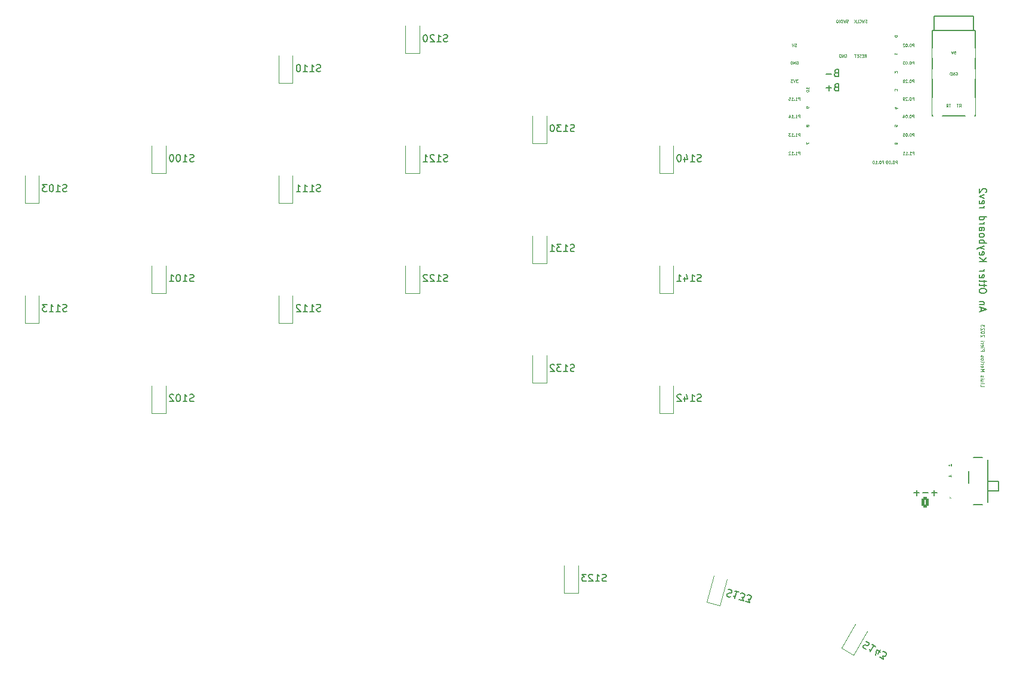
<source format=gbo>
G04 #@! TF.GenerationSoftware,KiCad,Pcbnew,(6.0.5-0)*
G04 #@! TF.CreationDate,2023-02-07T22:55:57+01:00*
G04 #@! TF.ProjectId,awokb,61776f6b-622e-46b6-9963-61645f706362,rev?*
G04 #@! TF.SameCoordinates,Original*
G04 #@! TF.FileFunction,Legend,Bot*
G04 #@! TF.FilePolarity,Positive*
%FSLAX46Y46*%
G04 Gerber Fmt 4.6, Leading zero omitted, Abs format (unit mm)*
G04 Created by KiCad (PCBNEW (6.0.5-0)) date 2023-02-07 22:55:57*
%MOMM*%
%LPD*%
G01*
G04 APERTURE LIST*
G04 Aperture macros list*
%AMRoundRect*
0 Rectangle with rounded corners*
0 $1 Rounding radius*
0 $2 $3 $4 $5 $6 $7 $8 $9 X,Y pos of 4 corners*
0 Add a 4 corners polygon primitive as box body*
4,1,4,$2,$3,$4,$5,$6,$7,$8,$9,$2,$3,0*
0 Add four circle primitives for the rounded corners*
1,1,$1+$1,$2,$3*
1,1,$1+$1,$4,$5*
1,1,$1+$1,$6,$7*
1,1,$1+$1,$8,$9*
0 Add four rect primitives between the rounded corners*
20,1,$1+$1,$2,$3,$4,$5,0*
20,1,$1+$1,$4,$5,$6,$7,0*
20,1,$1+$1,$6,$7,$8,$9,0*
20,1,$1+$1,$8,$9,$2,$3,0*%
%AMRotRect*
0 Rectangle, with rotation*
0 The origin of the aperture is its center*
0 $1 length*
0 $2 width*
0 $3 Rotation angle, in degrees counterclockwise*
0 Add horizontal line*
21,1,$1,$2,0,0,$3*%
%AMOutline5P*
0 Free polygon, 5 corners , with rotation*
0 The origin of the aperture is its center*
0 number of corners: always 5*
0 $1 to $10 corner X, Y*
0 $11 Rotation angle, in degrees counterclockwise*
0 create outline with 5 corners*
4,1,5,$1,$2,$3,$4,$5,$6,$7,$8,$9,$10,$1,$2,$11*%
%AMOutline6P*
0 Free polygon, 6 corners , with rotation*
0 The origin of the aperture is its center*
0 number of corners: always 6*
0 $1 to $12 corner X, Y*
0 $13 Rotation angle, in degrees counterclockwise*
0 create outline with 6 corners*
4,1,6,$1,$2,$3,$4,$5,$6,$7,$8,$9,$10,$11,$12,$1,$2,$13*%
%AMOutline7P*
0 Free polygon, 7 corners , with rotation*
0 The origin of the aperture is its center*
0 number of corners: always 7*
0 $1 to $14 corner X, Y*
0 $15 Rotation angle, in degrees counterclockwise*
0 create outline with 7 corners*
4,1,7,$1,$2,$3,$4,$5,$6,$7,$8,$9,$10,$11,$12,$13,$14,$1,$2,$15*%
%AMOutline8P*
0 Free polygon, 8 corners , with rotation*
0 The origin of the aperture is its center*
0 number of corners: always 8*
0 $1 to $16 corner X, Y*
0 $17 Rotation angle, in degrees counterclockwise*
0 create outline with 8 corners*
4,1,8,$1,$2,$3,$4,$5,$6,$7,$8,$9,$10,$11,$12,$13,$14,$15,$16,$1,$2,$17*%
G04 Aperture macros list end*
%ADD10C,0.125000*%
%ADD11C,0.150000*%
%ADD12C,0.062500*%
%ADD13C,0.120000*%
%ADD14C,0.127000*%
%ADD15C,3.000000*%
%ADD16C,3.429000*%
%ADD17C,1.701800*%
%ADD18RotRect,2.600000X2.600000X165.000000*%
%ADD19RotRect,0.900000X1.200000X75.000000*%
%ADD20Outline5P,-1.300000X1.300000X0.000000X1.300000X1.300000X0.000000X1.300000X-1.300000X-1.300000X-1.300000X165.000000*%
%ADD21R,2.600000X2.600000*%
%ADD22R,1.200000X0.900000*%
%ADD23Outline5P,-1.300000X1.300000X0.000000X1.300000X1.300000X0.000000X1.300000X-1.300000X-1.300000X-1.300000X180.000000*%
%ADD24C,1.500000*%
%ADD25O,1.600000X3.300000*%
%ADD26O,1.600000X2.200000*%
%ADD27C,0.800000*%
%ADD28C,6.400000*%
%ADD29RotRect,2.600000X2.600000X150.000000*%
%ADD30RotRect,0.900000X1.200000X60.000000*%
%ADD31Outline5P,-1.300000X1.300000X0.000000X1.300000X1.300000X0.000000X1.300000X-1.300000X-1.300000X-1.300000X150.000000*%
%ADD32R,2.000000X0.800000*%
%ADD33R,0.800000X1.000000*%
%ADD34R,0.800000X0.900000*%
%ADD35RoundRect,0.208333X0.291667X0.541667X-0.291667X0.541667X-0.291667X-0.541667X0.291667X-0.541667X0*%
%ADD36O,1.000000X1.500000*%
%ADD37O,2.750000X1.800000*%
%ADD38C,1.397000*%
G04 APERTURE END LIST*
D10*
X164373809Y-107319047D02*
X164373809Y-107557142D01*
X164873809Y-107557142D01*
X164373809Y-107080952D02*
X164397619Y-107128571D01*
X164445238Y-107152380D01*
X164873809Y-107152380D01*
X164707142Y-106676190D02*
X164373809Y-106676190D01*
X164707142Y-106890476D02*
X164445238Y-106890476D01*
X164397619Y-106866666D01*
X164373809Y-106819047D01*
X164373809Y-106747619D01*
X164397619Y-106700000D01*
X164421428Y-106676190D01*
X164373809Y-106438095D02*
X164707142Y-106438095D01*
X164897619Y-106390476D02*
X164826190Y-106461904D01*
X164397619Y-106223809D02*
X164373809Y-106176190D01*
X164373809Y-106080952D01*
X164397619Y-106033333D01*
X164445238Y-106009523D01*
X164469047Y-106009523D01*
X164516666Y-106033333D01*
X164540476Y-106080952D01*
X164540476Y-106152380D01*
X164564285Y-106200000D01*
X164611904Y-106223809D01*
X164635714Y-106223809D01*
X164683333Y-106200000D01*
X164707142Y-106152380D01*
X164707142Y-106080952D01*
X164683333Y-106033333D01*
X164373809Y-105414285D02*
X164873809Y-105414285D01*
X164516666Y-105247619D01*
X164873809Y-105080952D01*
X164373809Y-105080952D01*
X164397619Y-104652380D02*
X164373809Y-104700000D01*
X164373809Y-104795238D01*
X164397619Y-104842857D01*
X164445238Y-104866666D01*
X164635714Y-104866666D01*
X164683333Y-104842857D01*
X164707142Y-104795238D01*
X164707142Y-104700000D01*
X164683333Y-104652380D01*
X164635714Y-104628571D01*
X164588095Y-104628571D01*
X164540476Y-104866666D01*
X164373809Y-104414285D02*
X164707142Y-104414285D01*
X164611904Y-104414285D02*
X164659523Y-104390476D01*
X164683333Y-104366666D01*
X164707142Y-104319047D01*
X164707142Y-104271428D01*
X164373809Y-104033333D02*
X164397619Y-104080952D01*
X164445238Y-104104761D01*
X164873809Y-104104761D01*
X164373809Y-103771428D02*
X164397619Y-103819047D01*
X164421428Y-103842857D01*
X164469047Y-103866666D01*
X164611904Y-103866666D01*
X164659523Y-103842857D01*
X164683333Y-103819047D01*
X164707142Y-103771428D01*
X164707142Y-103700000D01*
X164683333Y-103652380D01*
X164659523Y-103628571D01*
X164611904Y-103604761D01*
X164469047Y-103604761D01*
X164421428Y-103628571D01*
X164397619Y-103652380D01*
X164373809Y-103700000D01*
X164373809Y-103771428D01*
X164397619Y-103414285D02*
X164373809Y-103366666D01*
X164373809Y-103271428D01*
X164397619Y-103223809D01*
X164445238Y-103200000D01*
X164469047Y-103200000D01*
X164516666Y-103223809D01*
X164540476Y-103271428D01*
X164540476Y-103342857D01*
X164564285Y-103390476D01*
X164611904Y-103414285D01*
X164635714Y-103414285D01*
X164683333Y-103390476D01*
X164707142Y-103342857D01*
X164707142Y-103271428D01*
X164683333Y-103223809D01*
X164373809Y-102604761D02*
X164873809Y-102604761D01*
X164873809Y-102414285D01*
X164850000Y-102366666D01*
X164826190Y-102342857D01*
X164778571Y-102319047D01*
X164707142Y-102319047D01*
X164659523Y-102342857D01*
X164635714Y-102366666D01*
X164611904Y-102414285D01*
X164611904Y-102604761D01*
X164373809Y-102104761D02*
X164707142Y-102104761D01*
X164873809Y-102104761D02*
X164850000Y-102128571D01*
X164826190Y-102104761D01*
X164850000Y-102080952D01*
X164873809Y-102104761D01*
X164826190Y-102104761D01*
X164397619Y-101676190D02*
X164373809Y-101723809D01*
X164373809Y-101819047D01*
X164397619Y-101866666D01*
X164445238Y-101890476D01*
X164635714Y-101890476D01*
X164683333Y-101866666D01*
X164707142Y-101819047D01*
X164707142Y-101723809D01*
X164683333Y-101676190D01*
X164635714Y-101652380D01*
X164588095Y-101652380D01*
X164540476Y-101890476D01*
X164373809Y-101438095D02*
X164707142Y-101438095D01*
X164611904Y-101438095D02*
X164659523Y-101414285D01*
X164683333Y-101390476D01*
X164707142Y-101342857D01*
X164707142Y-101295238D01*
X164373809Y-101128571D02*
X164707142Y-101128571D01*
X164873809Y-101128571D02*
X164850000Y-101152380D01*
X164826190Y-101128571D01*
X164850000Y-101104761D01*
X164873809Y-101128571D01*
X164826190Y-101128571D01*
X164826190Y-100533333D02*
X164850000Y-100509523D01*
X164873809Y-100461904D01*
X164873809Y-100342857D01*
X164850000Y-100295238D01*
X164826190Y-100271428D01*
X164778571Y-100247619D01*
X164730952Y-100247619D01*
X164659523Y-100271428D01*
X164373809Y-100557142D01*
X164373809Y-100247619D01*
X164873809Y-99938095D02*
X164873809Y-99890476D01*
X164850000Y-99842857D01*
X164826190Y-99819047D01*
X164778571Y-99795238D01*
X164683333Y-99771428D01*
X164564285Y-99771428D01*
X164469047Y-99795238D01*
X164421428Y-99819047D01*
X164397619Y-99842857D01*
X164373809Y-99890476D01*
X164373809Y-99938095D01*
X164397619Y-99985714D01*
X164421428Y-100009523D01*
X164469047Y-100033333D01*
X164564285Y-100057142D01*
X164683333Y-100057142D01*
X164778571Y-100033333D01*
X164826190Y-100009523D01*
X164850000Y-99985714D01*
X164873809Y-99938095D01*
X164826190Y-99580952D02*
X164850000Y-99557142D01*
X164873809Y-99509523D01*
X164873809Y-99390476D01*
X164850000Y-99342857D01*
X164826190Y-99319047D01*
X164778571Y-99295238D01*
X164730952Y-99295238D01*
X164659523Y-99319047D01*
X164373809Y-99604761D01*
X164373809Y-99295238D01*
X164873809Y-99128571D02*
X164873809Y-98819047D01*
X164683333Y-98985714D01*
X164683333Y-98914285D01*
X164659523Y-98866666D01*
X164635714Y-98842857D01*
X164588095Y-98819047D01*
X164469047Y-98819047D01*
X164421428Y-98842857D01*
X164397619Y-98866666D01*
X164373809Y-98914285D01*
X164373809Y-99057142D01*
X164397619Y-99104761D01*
X164421428Y-99128571D01*
D11*
X164433333Y-96890476D02*
X164433333Y-96414285D01*
X164147619Y-96985714D02*
X165147619Y-96652380D01*
X164147619Y-96319047D01*
X164814285Y-95985714D02*
X164147619Y-95985714D01*
X164719047Y-95985714D02*
X164766666Y-95938095D01*
X164814285Y-95842857D01*
X164814285Y-95700000D01*
X164766666Y-95604761D01*
X164671428Y-95557142D01*
X164147619Y-95557142D01*
X165147619Y-94128571D02*
X165147619Y-93938095D01*
X165100000Y-93842857D01*
X165004761Y-93747619D01*
X164814285Y-93700000D01*
X164480952Y-93700000D01*
X164290476Y-93747619D01*
X164195238Y-93842857D01*
X164147619Y-93938095D01*
X164147619Y-94128571D01*
X164195238Y-94223809D01*
X164290476Y-94319047D01*
X164480952Y-94366666D01*
X164814285Y-94366666D01*
X165004761Y-94319047D01*
X165100000Y-94223809D01*
X165147619Y-94128571D01*
X164814285Y-93414285D02*
X164814285Y-93033333D01*
X165147619Y-93271428D02*
X164290476Y-93271428D01*
X164195238Y-93223809D01*
X164147619Y-93128571D01*
X164147619Y-93033333D01*
X164814285Y-92842857D02*
X164814285Y-92461904D01*
X165147619Y-92700000D02*
X164290476Y-92700000D01*
X164195238Y-92652380D01*
X164147619Y-92557142D01*
X164147619Y-92461904D01*
X164195238Y-91747619D02*
X164147619Y-91842857D01*
X164147619Y-92033333D01*
X164195238Y-92128571D01*
X164290476Y-92176190D01*
X164671428Y-92176190D01*
X164766666Y-92128571D01*
X164814285Y-92033333D01*
X164814285Y-91842857D01*
X164766666Y-91747619D01*
X164671428Y-91700000D01*
X164576190Y-91700000D01*
X164480952Y-92176190D01*
X164147619Y-91271428D02*
X164814285Y-91271428D01*
X164623809Y-91271428D02*
X164719047Y-91223809D01*
X164766666Y-91176190D01*
X164814285Y-91080952D01*
X164814285Y-90985714D01*
X164147619Y-89890476D02*
X165147619Y-89890476D01*
X164147619Y-89319047D02*
X164719047Y-89747619D01*
X165147619Y-89319047D02*
X164576190Y-89890476D01*
X164195238Y-88509523D02*
X164147619Y-88604761D01*
X164147619Y-88795238D01*
X164195238Y-88890476D01*
X164290476Y-88938095D01*
X164671428Y-88938095D01*
X164766666Y-88890476D01*
X164814285Y-88795238D01*
X164814285Y-88604761D01*
X164766666Y-88509523D01*
X164671428Y-88461904D01*
X164576190Y-88461904D01*
X164480952Y-88938095D01*
X164814285Y-88128571D02*
X164147619Y-87890476D01*
X164814285Y-87652380D02*
X164147619Y-87890476D01*
X163909523Y-87985714D01*
X163861904Y-88033333D01*
X163814285Y-88128571D01*
X164147619Y-87271428D02*
X165147619Y-87271428D01*
X164766666Y-87271428D02*
X164814285Y-87176190D01*
X164814285Y-86985714D01*
X164766666Y-86890476D01*
X164719047Y-86842857D01*
X164623809Y-86795238D01*
X164338095Y-86795238D01*
X164242857Y-86842857D01*
X164195238Y-86890476D01*
X164147619Y-86985714D01*
X164147619Y-87176190D01*
X164195238Y-87271428D01*
X164147619Y-86223809D02*
X164195238Y-86319047D01*
X164242857Y-86366666D01*
X164338095Y-86414285D01*
X164623809Y-86414285D01*
X164719047Y-86366666D01*
X164766666Y-86319047D01*
X164814285Y-86223809D01*
X164814285Y-86080952D01*
X164766666Y-85985714D01*
X164719047Y-85938095D01*
X164623809Y-85890476D01*
X164338095Y-85890476D01*
X164242857Y-85938095D01*
X164195238Y-85985714D01*
X164147619Y-86080952D01*
X164147619Y-86223809D01*
X164147619Y-85033333D02*
X164671428Y-85033333D01*
X164766666Y-85080952D01*
X164814285Y-85176190D01*
X164814285Y-85366666D01*
X164766666Y-85461904D01*
X164195238Y-85033333D02*
X164147619Y-85128571D01*
X164147619Y-85366666D01*
X164195238Y-85461904D01*
X164290476Y-85509523D01*
X164385714Y-85509523D01*
X164480952Y-85461904D01*
X164528571Y-85366666D01*
X164528571Y-85128571D01*
X164576190Y-85033333D01*
X164147619Y-84557142D02*
X164814285Y-84557142D01*
X164623809Y-84557142D02*
X164719047Y-84509523D01*
X164766666Y-84461904D01*
X164814285Y-84366666D01*
X164814285Y-84271428D01*
X164147619Y-83509523D02*
X165147619Y-83509523D01*
X164195238Y-83509523D02*
X164147619Y-83604761D01*
X164147619Y-83795238D01*
X164195238Y-83890476D01*
X164242857Y-83938095D01*
X164338095Y-83985714D01*
X164623809Y-83985714D01*
X164719047Y-83938095D01*
X164766666Y-83890476D01*
X164814285Y-83795238D01*
X164814285Y-83604761D01*
X164766666Y-83509523D01*
X164147619Y-82271428D02*
X164814285Y-82271428D01*
X164623809Y-82271428D02*
X164719047Y-82223809D01*
X164766666Y-82176190D01*
X164814285Y-82080952D01*
X164814285Y-81985714D01*
X164195238Y-81271428D02*
X164147619Y-81366666D01*
X164147619Y-81557142D01*
X164195238Y-81652380D01*
X164290476Y-81700000D01*
X164671428Y-81700000D01*
X164766666Y-81652380D01*
X164814285Y-81557142D01*
X164814285Y-81366666D01*
X164766666Y-81271428D01*
X164671428Y-81223809D01*
X164576190Y-81223809D01*
X164480952Y-81700000D01*
X164814285Y-80890476D02*
X164147619Y-80652380D01*
X164814285Y-80414285D01*
X165052380Y-80080952D02*
X165100000Y-80033333D01*
X165147619Y-79938095D01*
X165147619Y-79700000D01*
X165100000Y-79604761D01*
X165052380Y-79557142D01*
X164957142Y-79509523D01*
X164861904Y-79509523D01*
X164719047Y-79557142D01*
X164147619Y-80128571D01*
X164147619Y-79509523D01*
D12*
X160119047Y-120113095D02*
X160119047Y-120291666D01*
X160130952Y-120327380D01*
X160154761Y-120351190D01*
X160190476Y-120363095D01*
X160214285Y-120363095D01*
X160000000Y-120267857D02*
X159809523Y-120267857D01*
X159904761Y-120363095D02*
X159904761Y-120172619D01*
X160804761Y-63050000D02*
X160842857Y-63030952D01*
X160900000Y-63030952D01*
X160957142Y-63050000D01*
X160995238Y-63088095D01*
X161014285Y-63126190D01*
X161033333Y-63202380D01*
X161033333Y-63259523D01*
X161014285Y-63335714D01*
X160995238Y-63373809D01*
X160957142Y-63411904D01*
X160900000Y-63430952D01*
X160861904Y-63430952D01*
X160804761Y-63411904D01*
X160785714Y-63392857D01*
X160785714Y-63259523D01*
X160861904Y-63259523D01*
X160614285Y-63430952D02*
X160614285Y-63030952D01*
X160385714Y-63430952D01*
X160385714Y-63030952D01*
X160195238Y-63430952D02*
X160195238Y-63030952D01*
X160100000Y-63030952D01*
X160042857Y-63050000D01*
X160004761Y-63088095D01*
X159985714Y-63126190D01*
X159966666Y-63202380D01*
X159966666Y-63259523D01*
X159985714Y-63335714D01*
X160004761Y-63373809D01*
X160042857Y-63411904D01*
X160100000Y-63430952D01*
X160195238Y-63430952D01*
X161278571Y-67930952D02*
X161411904Y-67740476D01*
X161507142Y-67930952D02*
X161507142Y-67530952D01*
X161354761Y-67530952D01*
X161316666Y-67550000D01*
X161297619Y-67569047D01*
X161278571Y-67607142D01*
X161278571Y-67664285D01*
X161297619Y-67702380D01*
X161316666Y-67721428D01*
X161354761Y-67740476D01*
X161507142Y-67740476D01*
X161164285Y-67530952D02*
X160935714Y-67530952D01*
X161050000Y-67930952D02*
X161050000Y-67530952D01*
X160576190Y-60030952D02*
X160766666Y-60030952D01*
X160785714Y-60221428D01*
X160766666Y-60202380D01*
X160728571Y-60183333D01*
X160633333Y-60183333D01*
X160595238Y-60202380D01*
X160576190Y-60221428D01*
X160557142Y-60259523D01*
X160557142Y-60354761D01*
X160576190Y-60392857D01*
X160595238Y-60411904D01*
X160633333Y-60430952D01*
X160728571Y-60430952D01*
X160766666Y-60411904D01*
X160785714Y-60392857D01*
X160442857Y-60030952D02*
X160309523Y-60430952D01*
X160176190Y-60030952D01*
X160065476Y-123363095D02*
X159934523Y-123196428D01*
X160065476Y-123196428D02*
X159934523Y-123363095D01*
X160136904Y-118732142D02*
X160101190Y-118744047D01*
X160089285Y-118755952D01*
X160077380Y-118779761D01*
X160077380Y-118815476D01*
X160089285Y-118839285D01*
X160101190Y-118851190D01*
X160125000Y-118863095D01*
X160220238Y-118863095D01*
X160220238Y-118613095D01*
X160136904Y-118613095D01*
X160113095Y-118625000D01*
X160101190Y-118636904D01*
X160089285Y-118660714D01*
X160089285Y-118684523D01*
X160101190Y-118708333D01*
X160113095Y-118720238D01*
X160136904Y-118732142D01*
X160220238Y-118732142D01*
X159970238Y-118767857D02*
X159779761Y-118767857D01*
X159875000Y-118863095D02*
X159875000Y-118672619D01*
X160064285Y-67530952D02*
X159835714Y-67530952D01*
X159950000Y-67930952D02*
X159950000Y-67530952D01*
X159473809Y-67930952D02*
X159607142Y-67740476D01*
X159702380Y-67930952D02*
X159702380Y-67530952D01*
X159550000Y-67530952D01*
X159511904Y-67550000D01*
X159492857Y-67569047D01*
X159473809Y-67607142D01*
X159473809Y-67664285D01*
X159492857Y-67702380D01*
X159511904Y-67721428D01*
X159550000Y-67740476D01*
X159702380Y-67740476D01*
D11*
X128542201Y-136389528D02*
X128692515Y-136380505D01*
X128922497Y-136442129D01*
X129002165Y-136512775D01*
X129035837Y-136571096D01*
X129057184Y-136675414D01*
X129032535Y-136767407D01*
X128961889Y-136847075D01*
X128903568Y-136880747D01*
X128799250Y-136902094D01*
X128602939Y-136898791D01*
X128498622Y-136920138D01*
X128440301Y-136953810D01*
X128369655Y-137033478D01*
X128345005Y-137125471D01*
X128366352Y-137229789D01*
X128400024Y-137288110D01*
X128479692Y-137358756D01*
X128709675Y-137420380D01*
X128859989Y-137411357D01*
X130026412Y-136737922D02*
X129474455Y-136590026D01*
X129750434Y-136663974D02*
X129491615Y-137629900D01*
X129436596Y-137467261D01*
X129369252Y-137350619D01*
X129289584Y-137279973D01*
X130089569Y-137790121D02*
X130687523Y-137950342D01*
X130464145Y-137496098D01*
X130602135Y-137533072D01*
X130706452Y-137511725D01*
X130764773Y-137478053D01*
X130835419Y-137398385D01*
X130897043Y-137168402D01*
X130875696Y-137064085D01*
X130842024Y-137005764D01*
X130762356Y-136935118D01*
X130486377Y-136861169D01*
X130382059Y-136882516D01*
X130323738Y-136916188D01*
X131009498Y-138036615D02*
X131607452Y-138196837D01*
X131384075Y-137742592D01*
X131522064Y-137779566D01*
X131626382Y-137758219D01*
X131684703Y-137724547D01*
X131755349Y-137644879D01*
X131816972Y-137414897D01*
X131795625Y-137310579D01*
X131761953Y-137252258D01*
X131682285Y-137181612D01*
X131406306Y-137107664D01*
X131301989Y-137129011D01*
X131243668Y-137162682D01*
X88714290Y-92654761D02*
X88571433Y-92702380D01*
X88333338Y-92702380D01*
X88238100Y-92654761D01*
X88190481Y-92607142D01*
X88142862Y-92511904D01*
X88142862Y-92416666D01*
X88190481Y-92321428D01*
X88238100Y-92273809D01*
X88333338Y-92226190D01*
X88523814Y-92178571D01*
X88619052Y-92130952D01*
X88666671Y-92083333D01*
X88714290Y-91988095D01*
X88714290Y-91892857D01*
X88666671Y-91797619D01*
X88619052Y-91750000D01*
X88523814Y-91702380D01*
X88285719Y-91702380D01*
X88142862Y-91750000D01*
X87190481Y-92702380D02*
X87761909Y-92702380D01*
X87476195Y-92702380D02*
X87476195Y-91702380D01*
X87571433Y-91845238D01*
X87666671Y-91940476D01*
X87761909Y-91988095D01*
X86809528Y-91797619D02*
X86761909Y-91750000D01*
X86666671Y-91702380D01*
X86428576Y-91702380D01*
X86333338Y-91750000D01*
X86285719Y-91797619D01*
X86238100Y-91892857D01*
X86238100Y-91988095D01*
X86285719Y-92130952D01*
X86857147Y-92702380D01*
X86238100Y-92702380D01*
X85857147Y-91797619D02*
X85809528Y-91750000D01*
X85714290Y-91702380D01*
X85476195Y-91702380D01*
X85380957Y-91750000D01*
X85333338Y-91797619D01*
X85285719Y-91892857D01*
X85285719Y-91988095D01*
X85333338Y-92130952D01*
X85904766Y-92702380D01*
X85285719Y-92702380D01*
X70714297Y-96904755D02*
X70571440Y-96952374D01*
X70333345Y-96952374D01*
X70238107Y-96904755D01*
X70190488Y-96857136D01*
X70142869Y-96761898D01*
X70142869Y-96666660D01*
X70190488Y-96571422D01*
X70238107Y-96523803D01*
X70333345Y-96476184D01*
X70523821Y-96428565D01*
X70619059Y-96380946D01*
X70666678Y-96333327D01*
X70714297Y-96238089D01*
X70714297Y-96142851D01*
X70666678Y-96047613D01*
X70619059Y-95999994D01*
X70523821Y-95952374D01*
X70285726Y-95952374D01*
X70142869Y-95999994D01*
X69190488Y-96952374D02*
X69761916Y-96952374D01*
X69476202Y-96952374D02*
X69476202Y-95952374D01*
X69571440Y-96095232D01*
X69666678Y-96190470D01*
X69761916Y-96238089D01*
X68238107Y-96952374D02*
X68809535Y-96952374D01*
X68523821Y-96952374D02*
X68523821Y-95952374D01*
X68619059Y-96095232D01*
X68714297Y-96190470D01*
X68809535Y-96238089D01*
X67857154Y-96047613D02*
X67809535Y-95999994D01*
X67714297Y-95952374D01*
X67476202Y-95952374D01*
X67380964Y-95999994D01*
X67333345Y-96047613D01*
X67285726Y-96142851D01*
X67285726Y-96238089D01*
X67333345Y-96380946D01*
X67904773Y-96952374D01*
X67285726Y-96952374D01*
X88714289Y-75654755D02*
X88571432Y-75702374D01*
X88333337Y-75702374D01*
X88238099Y-75654755D01*
X88190480Y-75607136D01*
X88142861Y-75511898D01*
X88142861Y-75416660D01*
X88190480Y-75321422D01*
X88238099Y-75273803D01*
X88333337Y-75226184D01*
X88523813Y-75178565D01*
X88619051Y-75130946D01*
X88666670Y-75083327D01*
X88714289Y-74988089D01*
X88714289Y-74892851D01*
X88666670Y-74797613D01*
X88619051Y-74749994D01*
X88523813Y-74702374D01*
X88285718Y-74702374D01*
X88142861Y-74749994D01*
X87190480Y-75702374D02*
X87761908Y-75702374D01*
X87476194Y-75702374D02*
X87476194Y-74702374D01*
X87571432Y-74845232D01*
X87666670Y-74940470D01*
X87761908Y-74988089D01*
X86809527Y-74797613D02*
X86761908Y-74749994D01*
X86666670Y-74702374D01*
X86428575Y-74702374D01*
X86333337Y-74749994D01*
X86285718Y-74797613D01*
X86238099Y-74892851D01*
X86238099Y-74988089D01*
X86285718Y-75130946D01*
X86857146Y-75702374D01*
X86238099Y-75702374D01*
X85285718Y-75702374D02*
X85857146Y-75702374D01*
X85571432Y-75702374D02*
X85571432Y-74702374D01*
X85666670Y-74845232D01*
X85761908Y-74940470D01*
X85857146Y-74988089D01*
X52714288Y-109654759D02*
X52571431Y-109702378D01*
X52333336Y-109702378D01*
X52238098Y-109654759D01*
X52190479Y-109607140D01*
X52142860Y-109511902D01*
X52142860Y-109416664D01*
X52190479Y-109321426D01*
X52238098Y-109273807D01*
X52333336Y-109226188D01*
X52523812Y-109178569D01*
X52619050Y-109130950D01*
X52666669Y-109083331D01*
X52714288Y-108988093D01*
X52714288Y-108892855D01*
X52666669Y-108797617D01*
X52619050Y-108749998D01*
X52523812Y-108702378D01*
X52285717Y-108702378D01*
X52142860Y-108749998D01*
X51190479Y-109702378D02*
X51761907Y-109702378D01*
X51476193Y-109702378D02*
X51476193Y-108702378D01*
X51571431Y-108845236D01*
X51666669Y-108940474D01*
X51761907Y-108988093D01*
X50571431Y-108702378D02*
X50476193Y-108702378D01*
X50380955Y-108749998D01*
X50333336Y-108797617D01*
X50285717Y-108892855D01*
X50238098Y-109083331D01*
X50238098Y-109321426D01*
X50285717Y-109511902D01*
X50333336Y-109607140D01*
X50380955Y-109654759D01*
X50476193Y-109702378D01*
X50571431Y-109702378D01*
X50666669Y-109654759D01*
X50714288Y-109607140D01*
X50761907Y-109511902D01*
X50809526Y-109321426D01*
X50809526Y-109083331D01*
X50761907Y-108892855D01*
X50714288Y-108797617D01*
X50666669Y-108749998D01*
X50571431Y-108702378D01*
X49857145Y-108797617D02*
X49809526Y-108749998D01*
X49714288Y-108702378D01*
X49476193Y-108702378D01*
X49380955Y-108749998D01*
X49333336Y-108797617D01*
X49285717Y-108892855D01*
X49285717Y-108988093D01*
X49333336Y-109130950D01*
X49904764Y-109702378D01*
X49285717Y-109702378D01*
X106714290Y-71404756D02*
X106571433Y-71452375D01*
X106333338Y-71452375D01*
X106238100Y-71404756D01*
X106190481Y-71357137D01*
X106142862Y-71261899D01*
X106142862Y-71166661D01*
X106190481Y-71071423D01*
X106238100Y-71023804D01*
X106333338Y-70976185D01*
X106523814Y-70928566D01*
X106619052Y-70880947D01*
X106666671Y-70833328D01*
X106714290Y-70738090D01*
X106714290Y-70642852D01*
X106666671Y-70547614D01*
X106619052Y-70499995D01*
X106523814Y-70452375D01*
X106285719Y-70452375D01*
X106142862Y-70499995D01*
X105190481Y-71452375D02*
X105761909Y-71452375D01*
X105476195Y-71452375D02*
X105476195Y-70452375D01*
X105571433Y-70595233D01*
X105666671Y-70690471D01*
X105761909Y-70738090D01*
X104857147Y-70452375D02*
X104238100Y-70452375D01*
X104571433Y-70833328D01*
X104428576Y-70833328D01*
X104333338Y-70880947D01*
X104285719Y-70928566D01*
X104238100Y-71023804D01*
X104238100Y-71261899D01*
X104285719Y-71357137D01*
X104333338Y-71404756D01*
X104428576Y-71452375D01*
X104714290Y-71452375D01*
X104809528Y-71404756D01*
X104857147Y-71357137D01*
X103619052Y-70452375D02*
X103523814Y-70452375D01*
X103428576Y-70499995D01*
X103380957Y-70547614D01*
X103333338Y-70642852D01*
X103285719Y-70833328D01*
X103285719Y-71071423D01*
X103333338Y-71261899D01*
X103380957Y-71357137D01*
X103428576Y-71404756D01*
X103523814Y-71452375D01*
X103619052Y-71452375D01*
X103714290Y-71404756D01*
X103761909Y-71357137D01*
X103809528Y-71261899D01*
X103857147Y-71071423D01*
X103857147Y-70833328D01*
X103809528Y-70642852D01*
X103761909Y-70547614D01*
X103714290Y-70499995D01*
X103619052Y-70452375D01*
X124714287Y-109654753D02*
X124571430Y-109702372D01*
X124333335Y-109702372D01*
X124238097Y-109654753D01*
X124190478Y-109607134D01*
X124142859Y-109511896D01*
X124142859Y-109416658D01*
X124190478Y-109321420D01*
X124238097Y-109273801D01*
X124333335Y-109226182D01*
X124523811Y-109178563D01*
X124619049Y-109130944D01*
X124666668Y-109083325D01*
X124714287Y-108988087D01*
X124714287Y-108892849D01*
X124666668Y-108797611D01*
X124619049Y-108749992D01*
X124523811Y-108702372D01*
X124285716Y-108702372D01*
X124142859Y-108749992D01*
X123190478Y-109702372D02*
X123761906Y-109702372D01*
X123476192Y-109702372D02*
X123476192Y-108702372D01*
X123571430Y-108845230D01*
X123666668Y-108940468D01*
X123761906Y-108988087D01*
X122333335Y-109035706D02*
X122333335Y-109702372D01*
X122571430Y-108654753D02*
X122809525Y-109369039D01*
X122190478Y-109369039D01*
X121857144Y-108797611D02*
X121809525Y-108749992D01*
X121714287Y-108702372D01*
X121476192Y-108702372D01*
X121380954Y-108749992D01*
X121333335Y-108797611D01*
X121285716Y-108892849D01*
X121285716Y-108988087D01*
X121333335Y-109130944D01*
X121904763Y-109702372D01*
X121285716Y-109702372D01*
X106714292Y-105404765D02*
X106571435Y-105452384D01*
X106333340Y-105452384D01*
X106238102Y-105404765D01*
X106190483Y-105357146D01*
X106142864Y-105261908D01*
X106142864Y-105166670D01*
X106190483Y-105071432D01*
X106238102Y-105023813D01*
X106333340Y-104976194D01*
X106523816Y-104928575D01*
X106619054Y-104880956D01*
X106666673Y-104833337D01*
X106714292Y-104738099D01*
X106714292Y-104642861D01*
X106666673Y-104547623D01*
X106619054Y-104500004D01*
X106523816Y-104452384D01*
X106285721Y-104452384D01*
X106142864Y-104500004D01*
X105190483Y-105452384D02*
X105761911Y-105452384D01*
X105476197Y-105452384D02*
X105476197Y-104452384D01*
X105571435Y-104595242D01*
X105666673Y-104690480D01*
X105761911Y-104738099D01*
X104857149Y-104452384D02*
X104238102Y-104452384D01*
X104571435Y-104833337D01*
X104428578Y-104833337D01*
X104333340Y-104880956D01*
X104285721Y-104928575D01*
X104238102Y-105023813D01*
X104238102Y-105261908D01*
X104285721Y-105357146D01*
X104333340Y-105404765D01*
X104428578Y-105452384D01*
X104714292Y-105452384D01*
X104809530Y-105404765D01*
X104857149Y-105357146D01*
X103857149Y-104547623D02*
X103809530Y-104500004D01*
X103714292Y-104452384D01*
X103476197Y-104452384D01*
X103380959Y-104500004D01*
X103333340Y-104547623D01*
X103285721Y-104642861D01*
X103285721Y-104738099D01*
X103333340Y-104880956D01*
X103904768Y-105452384D01*
X103285721Y-105452384D01*
X88714281Y-58654753D02*
X88571424Y-58702372D01*
X88333329Y-58702372D01*
X88238091Y-58654753D01*
X88190472Y-58607134D01*
X88142853Y-58511896D01*
X88142853Y-58416658D01*
X88190472Y-58321420D01*
X88238091Y-58273801D01*
X88333329Y-58226182D01*
X88523805Y-58178563D01*
X88619043Y-58130944D01*
X88666662Y-58083325D01*
X88714281Y-57988087D01*
X88714281Y-57892849D01*
X88666662Y-57797611D01*
X88619043Y-57749992D01*
X88523805Y-57702372D01*
X88285710Y-57702372D01*
X88142853Y-57749992D01*
X87190472Y-58702372D02*
X87761900Y-58702372D01*
X87476186Y-58702372D02*
X87476186Y-57702372D01*
X87571424Y-57845230D01*
X87666662Y-57940468D01*
X87761900Y-57988087D01*
X86809519Y-57797611D02*
X86761900Y-57749992D01*
X86666662Y-57702372D01*
X86428567Y-57702372D01*
X86333329Y-57749992D01*
X86285710Y-57797611D01*
X86238091Y-57892849D01*
X86238091Y-57988087D01*
X86285710Y-58130944D01*
X86857138Y-58702372D01*
X86238091Y-58702372D01*
X85619043Y-57702372D02*
X85523805Y-57702372D01*
X85428567Y-57749992D01*
X85380948Y-57797611D01*
X85333329Y-57892849D01*
X85285710Y-58083325D01*
X85285710Y-58321420D01*
X85333329Y-58511896D01*
X85380948Y-58607134D01*
X85428567Y-58654753D01*
X85523805Y-58702372D01*
X85619043Y-58702372D01*
X85714281Y-58654753D01*
X85761900Y-58607134D01*
X85809519Y-58511896D01*
X85857138Y-58321420D01*
X85857138Y-58083325D01*
X85809519Y-57892849D01*
X85761900Y-57797611D01*
X85714281Y-57749992D01*
X85619043Y-57702372D01*
X111214291Y-135154759D02*
X111071434Y-135202378D01*
X110833339Y-135202378D01*
X110738101Y-135154759D01*
X110690482Y-135107140D01*
X110642863Y-135011902D01*
X110642863Y-134916664D01*
X110690482Y-134821426D01*
X110738101Y-134773807D01*
X110833339Y-134726188D01*
X111023815Y-134678569D01*
X111119053Y-134630950D01*
X111166672Y-134583331D01*
X111214291Y-134488093D01*
X111214291Y-134392855D01*
X111166672Y-134297617D01*
X111119053Y-134249998D01*
X111023815Y-134202378D01*
X110785720Y-134202378D01*
X110642863Y-134249998D01*
X109690482Y-135202378D02*
X110261910Y-135202378D01*
X109976196Y-135202378D02*
X109976196Y-134202378D01*
X110071434Y-134345236D01*
X110166672Y-134440474D01*
X110261910Y-134488093D01*
X109309529Y-134297617D02*
X109261910Y-134249998D01*
X109166672Y-134202378D01*
X108928577Y-134202378D01*
X108833339Y-134249998D01*
X108785720Y-134297617D01*
X108738101Y-134392855D01*
X108738101Y-134488093D01*
X108785720Y-134630950D01*
X109357148Y-135202378D01*
X108738101Y-135202378D01*
X108404767Y-134202378D02*
X107785720Y-134202378D01*
X108119053Y-134583331D01*
X107976196Y-134583331D01*
X107880958Y-134630950D01*
X107833339Y-134678569D01*
X107785720Y-134773807D01*
X107785720Y-135011902D01*
X107833339Y-135107140D01*
X107880958Y-135154759D01*
X107976196Y-135202378D01*
X108261910Y-135202378D01*
X108357148Y-135154759D01*
X108404767Y-135107140D01*
X124714289Y-75654749D02*
X124571432Y-75702368D01*
X124333337Y-75702368D01*
X124238099Y-75654749D01*
X124190480Y-75607130D01*
X124142861Y-75511892D01*
X124142861Y-75416654D01*
X124190480Y-75321416D01*
X124238099Y-75273797D01*
X124333337Y-75226178D01*
X124523813Y-75178559D01*
X124619051Y-75130940D01*
X124666670Y-75083321D01*
X124714289Y-74988083D01*
X124714289Y-74892845D01*
X124666670Y-74797607D01*
X124619051Y-74749988D01*
X124523813Y-74702368D01*
X124285718Y-74702368D01*
X124142861Y-74749988D01*
X123190480Y-75702368D02*
X123761908Y-75702368D01*
X123476194Y-75702368D02*
X123476194Y-74702368D01*
X123571432Y-74845226D01*
X123666670Y-74940464D01*
X123761908Y-74988083D01*
X122333337Y-75035702D02*
X122333337Y-75702368D01*
X122571432Y-74654749D02*
X122809527Y-75369035D01*
X122190480Y-75369035D01*
X121619051Y-74702368D02*
X121523813Y-74702368D01*
X121428575Y-74749988D01*
X121380956Y-74797607D01*
X121333337Y-74892845D01*
X121285718Y-75083321D01*
X121285718Y-75321416D01*
X121333337Y-75511892D01*
X121380956Y-75607130D01*
X121428575Y-75654749D01*
X121523813Y-75702368D01*
X121619051Y-75702368D01*
X121714289Y-75654749D01*
X121761908Y-75607130D01*
X121809527Y-75511892D01*
X121857146Y-75321416D01*
X121857146Y-75083321D01*
X121809527Y-74892845D01*
X121761908Y-74797607D01*
X121714289Y-74749988D01*
X121619051Y-74702368D01*
X34714289Y-96904758D02*
X34571432Y-96952377D01*
X34333337Y-96952377D01*
X34238099Y-96904758D01*
X34190480Y-96857139D01*
X34142861Y-96761901D01*
X34142861Y-96666663D01*
X34190480Y-96571425D01*
X34238099Y-96523806D01*
X34333337Y-96476187D01*
X34523813Y-96428568D01*
X34619051Y-96380949D01*
X34666670Y-96333330D01*
X34714289Y-96238092D01*
X34714289Y-96142854D01*
X34666670Y-96047616D01*
X34619051Y-95999997D01*
X34523813Y-95952377D01*
X34285718Y-95952377D01*
X34142861Y-95999997D01*
X33190480Y-96952377D02*
X33761908Y-96952377D01*
X33476194Y-96952377D02*
X33476194Y-95952377D01*
X33571432Y-96095235D01*
X33666670Y-96190473D01*
X33761908Y-96238092D01*
X32238099Y-96952377D02*
X32809527Y-96952377D01*
X32523813Y-96952377D02*
X32523813Y-95952377D01*
X32619051Y-96095235D01*
X32714289Y-96190473D01*
X32809527Y-96238092D01*
X31904765Y-95952377D02*
X31285718Y-95952377D01*
X31619051Y-96333330D01*
X31476194Y-96333330D01*
X31380956Y-96380949D01*
X31333337Y-96428568D01*
X31285718Y-96523806D01*
X31285718Y-96761901D01*
X31333337Y-96857139D01*
X31380956Y-96904758D01*
X31476194Y-96952377D01*
X31761908Y-96952377D01*
X31857146Y-96904758D01*
X31904765Y-96857139D01*
X148062331Y-143736324D02*
X148209859Y-143766513D01*
X148416055Y-143885560D01*
X148474725Y-143974419D01*
X148492154Y-144039468D01*
X148485775Y-144145756D01*
X148438156Y-144228234D01*
X148349297Y-144286903D01*
X148284248Y-144304333D01*
X148177960Y-144297953D01*
X147989193Y-144243955D01*
X147882905Y-144237575D01*
X147817856Y-144255005D01*
X147728998Y-144313674D01*
X147681379Y-144396152D01*
X147674999Y-144502441D01*
X147692429Y-144567489D01*
X147751098Y-144656348D01*
X147957295Y-144775395D01*
X148104822Y-144805585D01*
X149405799Y-144456989D02*
X148910927Y-144171275D01*
X149158363Y-144314132D02*
X148658363Y-145180157D01*
X148647313Y-145008820D01*
X148612453Y-144878723D01*
X148553784Y-144789864D01*
X149814773Y-145462911D02*
X150148106Y-144885560D01*
X149418100Y-145673778D02*
X149569047Y-144936140D01*
X150105157Y-145245664D01*
X150019260Y-145965872D02*
X150555371Y-146275395D01*
X150457172Y-145778814D01*
X150580890Y-145850243D01*
X150687178Y-145856623D01*
X150752227Y-145839193D01*
X150841085Y-145780524D01*
X150960133Y-145574327D01*
X150966513Y-145468039D01*
X150949083Y-145402990D01*
X150890414Y-145314132D01*
X150642978Y-145171275D01*
X150536690Y-145164895D01*
X150471641Y-145182325D01*
X52714285Y-75654761D02*
X52571428Y-75702380D01*
X52333333Y-75702380D01*
X52238095Y-75654761D01*
X52190476Y-75607142D01*
X52142857Y-75511904D01*
X52142857Y-75416666D01*
X52190476Y-75321428D01*
X52238095Y-75273809D01*
X52333333Y-75226190D01*
X52523809Y-75178571D01*
X52619047Y-75130952D01*
X52666666Y-75083333D01*
X52714285Y-74988095D01*
X52714285Y-74892857D01*
X52666666Y-74797619D01*
X52619047Y-74750000D01*
X52523809Y-74702380D01*
X52285714Y-74702380D01*
X52142857Y-74750000D01*
X51190476Y-75702380D02*
X51761904Y-75702380D01*
X51476190Y-75702380D02*
X51476190Y-74702380D01*
X51571428Y-74845238D01*
X51666666Y-74940476D01*
X51761904Y-74988095D01*
X50571428Y-74702380D02*
X50476190Y-74702380D01*
X50380952Y-74750000D01*
X50333333Y-74797619D01*
X50285714Y-74892857D01*
X50238095Y-75083333D01*
X50238095Y-75321428D01*
X50285714Y-75511904D01*
X50333333Y-75607142D01*
X50380952Y-75654761D01*
X50476190Y-75702380D01*
X50571428Y-75702380D01*
X50666666Y-75654761D01*
X50714285Y-75607142D01*
X50761904Y-75511904D01*
X50809523Y-75321428D01*
X50809523Y-75083333D01*
X50761904Y-74892857D01*
X50714285Y-74797619D01*
X50666666Y-74750000D01*
X50571428Y-74702380D01*
X49619047Y-74702380D02*
X49523809Y-74702380D01*
X49428571Y-74750000D01*
X49380952Y-74797619D01*
X49333333Y-74892857D01*
X49285714Y-75083333D01*
X49285714Y-75321428D01*
X49333333Y-75511904D01*
X49380952Y-75607142D01*
X49428571Y-75654761D01*
X49523809Y-75702380D01*
X49619047Y-75702380D01*
X49714285Y-75654761D01*
X49761904Y-75607142D01*
X49809523Y-75511904D01*
X49857142Y-75321428D01*
X49857142Y-75083333D01*
X49809523Y-74892857D01*
X49761904Y-74797619D01*
X49714285Y-74750000D01*
X49619047Y-74702380D01*
X70714295Y-79904749D02*
X70571438Y-79952368D01*
X70333343Y-79952368D01*
X70238105Y-79904749D01*
X70190486Y-79857130D01*
X70142867Y-79761892D01*
X70142867Y-79666654D01*
X70190486Y-79571416D01*
X70238105Y-79523797D01*
X70333343Y-79476178D01*
X70523819Y-79428559D01*
X70619057Y-79380940D01*
X70666676Y-79333321D01*
X70714295Y-79238083D01*
X70714295Y-79142845D01*
X70666676Y-79047607D01*
X70619057Y-78999988D01*
X70523819Y-78952368D01*
X70285724Y-78952368D01*
X70142867Y-78999988D01*
X69190486Y-79952368D02*
X69761914Y-79952368D01*
X69476200Y-79952368D02*
X69476200Y-78952368D01*
X69571438Y-79095226D01*
X69666676Y-79190464D01*
X69761914Y-79238083D01*
X68238105Y-79952368D02*
X68809533Y-79952368D01*
X68523819Y-79952368D02*
X68523819Y-78952368D01*
X68619057Y-79095226D01*
X68714295Y-79190464D01*
X68809533Y-79238083D01*
X67285724Y-79952368D02*
X67857152Y-79952368D01*
X67571438Y-79952368D02*
X67571438Y-78952368D01*
X67666676Y-79095226D01*
X67761914Y-79190464D01*
X67857152Y-79238083D01*
X124714288Y-92654754D02*
X124571431Y-92702373D01*
X124333336Y-92702373D01*
X124238098Y-92654754D01*
X124190479Y-92607135D01*
X124142860Y-92511897D01*
X124142860Y-92416659D01*
X124190479Y-92321421D01*
X124238098Y-92273802D01*
X124333336Y-92226183D01*
X124523812Y-92178564D01*
X124619050Y-92130945D01*
X124666669Y-92083326D01*
X124714288Y-91988088D01*
X124714288Y-91892850D01*
X124666669Y-91797612D01*
X124619050Y-91749993D01*
X124523812Y-91702373D01*
X124285717Y-91702373D01*
X124142860Y-91749993D01*
X123190479Y-92702373D02*
X123761907Y-92702373D01*
X123476193Y-92702373D02*
X123476193Y-91702373D01*
X123571431Y-91845231D01*
X123666669Y-91940469D01*
X123761907Y-91988088D01*
X122333336Y-92035707D02*
X122333336Y-92702373D01*
X122571431Y-91654754D02*
X122809526Y-92369040D01*
X122190479Y-92369040D01*
X121285717Y-92702373D02*
X121857145Y-92702373D01*
X121571431Y-92702373D02*
X121571431Y-91702373D01*
X121666669Y-91845231D01*
X121761907Y-91940469D01*
X121857145Y-91988088D01*
X106714291Y-88404763D02*
X106571434Y-88452382D01*
X106333339Y-88452382D01*
X106238101Y-88404763D01*
X106190482Y-88357144D01*
X106142863Y-88261906D01*
X106142863Y-88166668D01*
X106190482Y-88071430D01*
X106238101Y-88023811D01*
X106333339Y-87976192D01*
X106523815Y-87928573D01*
X106619053Y-87880954D01*
X106666672Y-87833335D01*
X106714291Y-87738097D01*
X106714291Y-87642859D01*
X106666672Y-87547621D01*
X106619053Y-87500002D01*
X106523815Y-87452382D01*
X106285720Y-87452382D01*
X106142863Y-87500002D01*
X105190482Y-88452382D02*
X105761910Y-88452382D01*
X105476196Y-88452382D02*
X105476196Y-87452382D01*
X105571434Y-87595240D01*
X105666672Y-87690478D01*
X105761910Y-87738097D01*
X104857148Y-87452382D02*
X104238101Y-87452382D01*
X104571434Y-87833335D01*
X104428577Y-87833335D01*
X104333339Y-87880954D01*
X104285720Y-87928573D01*
X104238101Y-88023811D01*
X104238101Y-88261906D01*
X104285720Y-88357144D01*
X104333339Y-88404763D01*
X104428577Y-88452382D01*
X104714291Y-88452382D01*
X104809529Y-88404763D01*
X104857148Y-88357144D01*
X103285720Y-88452382D02*
X103857148Y-88452382D01*
X103571434Y-88452382D02*
X103571434Y-87452382D01*
X103666672Y-87595240D01*
X103761910Y-87690478D01*
X103857148Y-87738097D01*
X34714292Y-79904758D02*
X34571435Y-79952377D01*
X34333340Y-79952377D01*
X34238102Y-79904758D01*
X34190483Y-79857139D01*
X34142864Y-79761901D01*
X34142864Y-79666663D01*
X34190483Y-79571425D01*
X34238102Y-79523806D01*
X34333340Y-79476187D01*
X34523816Y-79428568D01*
X34619054Y-79380949D01*
X34666673Y-79333330D01*
X34714292Y-79238092D01*
X34714292Y-79142854D01*
X34666673Y-79047616D01*
X34619054Y-78999997D01*
X34523816Y-78952377D01*
X34285721Y-78952377D01*
X34142864Y-78999997D01*
X33190483Y-79952377D02*
X33761911Y-79952377D01*
X33476197Y-79952377D02*
X33476197Y-78952377D01*
X33571435Y-79095235D01*
X33666673Y-79190473D01*
X33761911Y-79238092D01*
X32571435Y-78952377D02*
X32476197Y-78952377D01*
X32380959Y-78999997D01*
X32333340Y-79047616D01*
X32285721Y-79142854D01*
X32238102Y-79333330D01*
X32238102Y-79571425D01*
X32285721Y-79761901D01*
X32333340Y-79857139D01*
X32380959Y-79904758D01*
X32476197Y-79952377D01*
X32571435Y-79952377D01*
X32666673Y-79904758D01*
X32714292Y-79857139D01*
X32761911Y-79761901D01*
X32809530Y-79571425D01*
X32809530Y-79333330D01*
X32761911Y-79142854D01*
X32714292Y-79047616D01*
X32666673Y-78999997D01*
X32571435Y-78952377D01*
X31904768Y-78952377D02*
X31285721Y-78952377D01*
X31619054Y-79333330D01*
X31476197Y-79333330D01*
X31380959Y-79380949D01*
X31333340Y-79428568D01*
X31285721Y-79523806D01*
X31285721Y-79761901D01*
X31333340Y-79857139D01*
X31380959Y-79904758D01*
X31476197Y-79952377D01*
X31761911Y-79952377D01*
X31857149Y-79904758D01*
X31904768Y-79857139D01*
X70714291Y-62904760D02*
X70571434Y-62952379D01*
X70333339Y-62952379D01*
X70238101Y-62904760D01*
X70190482Y-62857141D01*
X70142863Y-62761903D01*
X70142863Y-62666665D01*
X70190482Y-62571427D01*
X70238101Y-62523808D01*
X70333339Y-62476189D01*
X70523815Y-62428570D01*
X70619053Y-62380951D01*
X70666672Y-62333332D01*
X70714291Y-62238094D01*
X70714291Y-62142856D01*
X70666672Y-62047618D01*
X70619053Y-61999999D01*
X70523815Y-61952379D01*
X70285720Y-61952379D01*
X70142863Y-61999999D01*
X69190482Y-62952379D02*
X69761910Y-62952379D01*
X69476196Y-62952379D02*
X69476196Y-61952379D01*
X69571434Y-62095237D01*
X69666672Y-62190475D01*
X69761910Y-62238094D01*
X68238101Y-62952379D02*
X68809529Y-62952379D01*
X68523815Y-62952379D02*
X68523815Y-61952379D01*
X68619053Y-62095237D01*
X68714291Y-62190475D01*
X68809529Y-62238094D01*
X67619053Y-61952379D02*
X67523815Y-61952379D01*
X67428577Y-61999999D01*
X67380958Y-62047618D01*
X67333339Y-62142856D01*
X67285720Y-62333332D01*
X67285720Y-62571427D01*
X67333339Y-62761903D01*
X67380958Y-62857141D01*
X67428577Y-62904760D01*
X67523815Y-62952379D01*
X67619053Y-62952379D01*
X67714291Y-62904760D01*
X67761910Y-62857141D01*
X67809529Y-62761903D01*
X67857148Y-62571427D01*
X67857148Y-62333332D01*
X67809529Y-62142856D01*
X67761910Y-62047618D01*
X67714291Y-61999999D01*
X67619053Y-61952379D01*
X154880952Y-122678571D02*
X155642857Y-122678571D01*
X155261904Y-122297619D02*
X155261904Y-123059523D01*
X156119047Y-122678571D02*
X156880952Y-122678571D01*
X157357142Y-122678571D02*
X158119047Y-122678571D01*
X157738095Y-122297619D02*
X157738095Y-123059523D01*
D12*
X152480952Y-63114285D02*
X152500000Y-63095238D01*
X152519047Y-63057142D01*
X152519047Y-62961904D01*
X152500000Y-62923809D01*
X152480952Y-62904761D01*
X152442857Y-62885714D01*
X152404761Y-62885714D01*
X152347619Y-62904761D01*
X152119047Y-63133333D01*
X152119047Y-62885714D01*
X145547619Y-55961904D02*
X145490476Y-55980952D01*
X145395238Y-55980952D01*
X145357142Y-55961904D01*
X145338095Y-55942857D01*
X145319047Y-55904761D01*
X145319047Y-55866666D01*
X145338095Y-55828571D01*
X145357142Y-55809523D01*
X145395238Y-55790476D01*
X145471428Y-55771428D01*
X145509523Y-55752380D01*
X145528571Y-55733333D01*
X145547619Y-55695238D01*
X145547619Y-55657142D01*
X145528571Y-55619047D01*
X145509523Y-55600000D01*
X145471428Y-55580952D01*
X145376190Y-55580952D01*
X145319047Y-55600000D01*
X145185714Y-55580952D02*
X145090476Y-55980952D01*
X145014285Y-55695238D01*
X144938095Y-55980952D01*
X144842857Y-55580952D01*
X144690476Y-55980952D02*
X144690476Y-55580952D01*
X144595238Y-55580952D01*
X144538095Y-55600000D01*
X144500000Y-55638095D01*
X144480952Y-55676190D01*
X144461904Y-55752380D01*
X144461904Y-55809523D01*
X144480952Y-55885714D01*
X144500000Y-55923809D01*
X144538095Y-55961904D01*
X144595238Y-55980952D01*
X144690476Y-55980952D01*
X144290476Y-55980952D02*
X144290476Y-55580952D01*
X144023809Y-55580952D02*
X143947619Y-55580952D01*
X143909523Y-55600000D01*
X143871428Y-55638095D01*
X143852380Y-55714285D01*
X143852380Y-55847619D01*
X143871428Y-55923809D01*
X143909523Y-55961904D01*
X143947619Y-55980952D01*
X144023809Y-55980952D01*
X144061904Y-55961904D01*
X144100000Y-55923809D01*
X144119047Y-55847619D01*
X144119047Y-55714285D01*
X144100000Y-55638095D01*
X144061904Y-55600000D01*
X144023809Y-55580952D01*
X138671428Y-72080952D02*
X138671428Y-71680952D01*
X138519047Y-71680952D01*
X138480952Y-71700000D01*
X138461904Y-71719047D01*
X138442857Y-71757142D01*
X138442857Y-71814285D01*
X138461904Y-71852380D01*
X138480952Y-71871428D01*
X138519047Y-71890476D01*
X138671428Y-71890476D01*
X138061904Y-72080952D02*
X138290476Y-72080952D01*
X138176190Y-72080952D02*
X138176190Y-71680952D01*
X138214285Y-71738095D01*
X138252380Y-71776190D01*
X138290476Y-71795238D01*
X137890476Y-72042857D02*
X137871428Y-72061904D01*
X137890476Y-72080952D01*
X137909523Y-72061904D01*
X137890476Y-72042857D01*
X137890476Y-72080952D01*
X137490476Y-72080952D02*
X137719047Y-72080952D01*
X137604761Y-72080952D02*
X137604761Y-71680952D01*
X137642857Y-71738095D01*
X137680952Y-71776190D01*
X137719047Y-71795238D01*
X137357142Y-71680952D02*
X137109523Y-71680952D01*
X137242857Y-71833333D01*
X137185714Y-71833333D01*
X137147619Y-71852380D01*
X137128571Y-71871428D01*
X137109523Y-71909523D01*
X137109523Y-72004761D01*
X137128571Y-72042857D01*
X137147619Y-72061904D01*
X137185714Y-72080952D01*
X137300000Y-72080952D01*
X137338095Y-72061904D01*
X137357142Y-72042857D01*
X152119047Y-60285714D02*
X152119047Y-60514285D01*
X152119047Y-60400000D02*
X152519047Y-60400000D01*
X152461904Y-60438095D01*
X152423809Y-60476190D01*
X152404761Y-60514285D01*
X138671428Y-69480952D02*
X138671428Y-69080952D01*
X138519047Y-69080952D01*
X138480952Y-69100000D01*
X138461904Y-69119047D01*
X138442857Y-69157142D01*
X138442857Y-69214285D01*
X138461904Y-69252380D01*
X138480952Y-69271428D01*
X138519047Y-69290476D01*
X138671428Y-69290476D01*
X138061904Y-69480952D02*
X138290476Y-69480952D01*
X138176190Y-69480952D02*
X138176190Y-69080952D01*
X138214285Y-69138095D01*
X138252380Y-69176190D01*
X138290476Y-69195238D01*
X137890476Y-69442857D02*
X137871428Y-69461904D01*
X137890476Y-69480952D01*
X137909523Y-69461904D01*
X137890476Y-69442857D01*
X137890476Y-69480952D01*
X137490476Y-69480952D02*
X137719047Y-69480952D01*
X137604761Y-69480952D02*
X137604761Y-69080952D01*
X137642857Y-69138095D01*
X137680952Y-69176190D01*
X137719047Y-69195238D01*
X137147619Y-69214285D02*
X137147619Y-69480952D01*
X137242857Y-69061904D02*
X137338095Y-69347619D01*
X137090476Y-69347619D01*
X152519047Y-73023809D02*
X152519047Y-73100000D01*
X152500000Y-73138095D01*
X152480952Y-73157142D01*
X152423809Y-73195238D01*
X152347619Y-73214285D01*
X152195238Y-73214285D01*
X152157142Y-73195238D01*
X152138095Y-73176190D01*
X152119047Y-73138095D01*
X152119047Y-73061904D01*
X152138095Y-73023809D01*
X152157142Y-73004761D01*
X152195238Y-72985714D01*
X152290476Y-72985714D01*
X152328571Y-73004761D01*
X152347619Y-73023809D01*
X152366666Y-73061904D01*
X152366666Y-73138095D01*
X152347619Y-73176190D01*
X152328571Y-73195238D01*
X152290476Y-73214285D01*
X138204761Y-61500000D02*
X138242857Y-61480952D01*
X138300000Y-61480952D01*
X138357142Y-61500000D01*
X138395238Y-61538095D01*
X138414285Y-61576190D01*
X138433333Y-61652380D01*
X138433333Y-61709523D01*
X138414285Y-61785714D01*
X138395238Y-61823809D01*
X138357142Y-61861904D01*
X138300000Y-61880952D01*
X138261904Y-61880952D01*
X138204761Y-61861904D01*
X138185714Y-61842857D01*
X138185714Y-61709523D01*
X138261904Y-61709523D01*
X138014285Y-61880952D02*
X138014285Y-61480952D01*
X137785714Y-61880952D01*
X137785714Y-61480952D01*
X137595238Y-61880952D02*
X137595238Y-61480952D01*
X137500000Y-61480952D01*
X137442857Y-61500000D01*
X137404761Y-61538095D01*
X137385714Y-61576190D01*
X137366666Y-61652380D01*
X137366666Y-61709523D01*
X137385714Y-61785714D01*
X137404761Y-61823809D01*
X137442857Y-61861904D01*
X137500000Y-61880952D01*
X137595238Y-61880952D01*
X154871428Y-69480952D02*
X154871428Y-69080952D01*
X154719047Y-69080952D01*
X154680952Y-69100000D01*
X154661904Y-69119047D01*
X154642857Y-69157142D01*
X154642857Y-69214285D01*
X154661904Y-69252380D01*
X154680952Y-69271428D01*
X154719047Y-69290476D01*
X154871428Y-69290476D01*
X154395238Y-69080952D02*
X154357142Y-69080952D01*
X154319047Y-69100000D01*
X154300000Y-69119047D01*
X154280952Y-69157142D01*
X154261904Y-69233333D01*
X154261904Y-69328571D01*
X154280952Y-69404761D01*
X154300000Y-69442857D01*
X154319047Y-69461904D01*
X154357142Y-69480952D01*
X154395238Y-69480952D01*
X154433333Y-69461904D01*
X154452380Y-69442857D01*
X154471428Y-69404761D01*
X154490476Y-69328571D01*
X154490476Y-69233333D01*
X154471428Y-69157142D01*
X154452380Y-69119047D01*
X154433333Y-69100000D01*
X154395238Y-69080952D01*
X154090476Y-69442857D02*
X154071428Y-69461904D01*
X154090476Y-69480952D01*
X154109523Y-69461904D01*
X154090476Y-69442857D01*
X154090476Y-69480952D01*
X153823809Y-69080952D02*
X153785714Y-69080952D01*
X153747619Y-69100000D01*
X153728571Y-69119047D01*
X153709523Y-69157142D01*
X153690476Y-69233333D01*
X153690476Y-69328571D01*
X153709523Y-69404761D01*
X153728571Y-69442857D01*
X153747619Y-69461904D01*
X153785714Y-69480952D01*
X153823809Y-69480952D01*
X153861904Y-69461904D01*
X153880952Y-69442857D01*
X153900000Y-69404761D01*
X153919047Y-69328571D01*
X153919047Y-69233333D01*
X153900000Y-69157142D01*
X153880952Y-69119047D01*
X153861904Y-69100000D01*
X153823809Y-69080952D01*
X153347619Y-69214285D02*
X153347619Y-69480952D01*
X153442857Y-69061904D02*
X153538095Y-69347619D01*
X153290476Y-69347619D01*
X147880952Y-60880952D02*
X148014285Y-60690476D01*
X148109523Y-60880952D02*
X148109523Y-60480952D01*
X147957142Y-60480952D01*
X147919047Y-60500000D01*
X147900000Y-60519047D01*
X147880952Y-60557142D01*
X147880952Y-60614285D01*
X147900000Y-60652380D01*
X147919047Y-60671428D01*
X147957142Y-60690476D01*
X148109523Y-60690476D01*
X147709523Y-60671428D02*
X147576190Y-60671428D01*
X147519047Y-60880952D02*
X147709523Y-60880952D01*
X147709523Y-60480952D01*
X147519047Y-60480952D01*
X147366666Y-60861904D02*
X147309523Y-60880952D01*
X147214285Y-60880952D01*
X147176190Y-60861904D01*
X147157142Y-60842857D01*
X147138095Y-60804761D01*
X147138095Y-60766666D01*
X147157142Y-60728571D01*
X147176190Y-60709523D01*
X147214285Y-60690476D01*
X147290476Y-60671428D01*
X147328571Y-60652380D01*
X147347619Y-60633333D01*
X147366666Y-60595238D01*
X147366666Y-60557142D01*
X147347619Y-60519047D01*
X147328571Y-60500000D01*
X147290476Y-60480952D01*
X147195238Y-60480952D01*
X147138095Y-60500000D01*
X146966666Y-60671428D02*
X146833333Y-60671428D01*
X146776190Y-60880952D02*
X146966666Y-60880952D01*
X146966666Y-60480952D01*
X146776190Y-60480952D01*
X146661904Y-60480952D02*
X146433333Y-60480952D01*
X146547619Y-60880952D02*
X146547619Y-60480952D01*
X139580952Y-72966666D02*
X139580952Y-73233333D01*
X139980952Y-73061904D01*
X152519047Y-57919047D02*
X152519047Y-57880952D01*
X152500000Y-57842857D01*
X152480952Y-57823809D01*
X152442857Y-57804761D01*
X152366666Y-57785714D01*
X152271428Y-57785714D01*
X152195238Y-57804761D01*
X152157142Y-57823809D01*
X152138095Y-57842857D01*
X152119047Y-57880952D01*
X152119047Y-57919047D01*
X152138095Y-57957142D01*
X152157142Y-57976190D01*
X152195238Y-57995238D01*
X152271428Y-58014285D01*
X152366666Y-58014285D01*
X152442857Y-57995238D01*
X152480952Y-57976190D01*
X152500000Y-57957142D01*
X152519047Y-57919047D01*
X154871428Y-66980952D02*
X154871428Y-66580952D01*
X154719047Y-66580952D01*
X154680952Y-66600000D01*
X154661904Y-66619047D01*
X154642857Y-66657142D01*
X154642857Y-66714285D01*
X154661904Y-66752380D01*
X154680952Y-66771428D01*
X154719047Y-66790476D01*
X154871428Y-66790476D01*
X154395238Y-66580952D02*
X154357142Y-66580952D01*
X154319047Y-66600000D01*
X154300000Y-66619047D01*
X154280952Y-66657142D01*
X154261904Y-66733333D01*
X154261904Y-66828571D01*
X154280952Y-66904761D01*
X154300000Y-66942857D01*
X154319047Y-66961904D01*
X154357142Y-66980952D01*
X154395238Y-66980952D01*
X154433333Y-66961904D01*
X154452380Y-66942857D01*
X154471428Y-66904761D01*
X154490476Y-66828571D01*
X154490476Y-66733333D01*
X154471428Y-66657142D01*
X154452380Y-66619047D01*
X154433333Y-66600000D01*
X154395238Y-66580952D01*
X154090476Y-66942857D02*
X154071428Y-66961904D01*
X154090476Y-66980952D01*
X154109523Y-66961904D01*
X154090476Y-66942857D01*
X154090476Y-66980952D01*
X153919047Y-66619047D02*
X153900000Y-66600000D01*
X153861904Y-66580952D01*
X153766666Y-66580952D01*
X153728571Y-66600000D01*
X153709523Y-66619047D01*
X153690476Y-66657142D01*
X153690476Y-66695238D01*
X153709523Y-66752380D01*
X153938095Y-66980952D01*
X153690476Y-66980952D01*
X153500000Y-66980952D02*
X153423809Y-66980952D01*
X153385714Y-66961904D01*
X153366666Y-66942857D01*
X153328571Y-66885714D01*
X153309523Y-66809523D01*
X153309523Y-66657142D01*
X153328571Y-66619047D01*
X153347619Y-66600000D01*
X153385714Y-66580952D01*
X153461904Y-66580952D01*
X153500000Y-66600000D01*
X153519047Y-66619047D01*
X153538095Y-66657142D01*
X153538095Y-66752380D01*
X153519047Y-66790476D01*
X153500000Y-66809523D01*
X153461904Y-66828571D01*
X153385714Y-66828571D01*
X153347619Y-66809523D01*
X153328571Y-66790476D01*
X153309523Y-66752380D01*
X138671428Y-74680952D02*
X138671428Y-74280952D01*
X138519047Y-74280952D01*
X138480952Y-74300000D01*
X138461904Y-74319047D01*
X138442857Y-74357142D01*
X138442857Y-74414285D01*
X138461904Y-74452380D01*
X138480952Y-74471428D01*
X138519047Y-74490476D01*
X138671428Y-74490476D01*
X138061904Y-74680952D02*
X138290476Y-74680952D01*
X138176190Y-74680952D02*
X138176190Y-74280952D01*
X138214285Y-74338095D01*
X138252380Y-74376190D01*
X138290476Y-74395238D01*
X137890476Y-74642857D02*
X137871428Y-74661904D01*
X137890476Y-74680952D01*
X137909523Y-74661904D01*
X137890476Y-74642857D01*
X137890476Y-74680952D01*
X137490476Y-74680952D02*
X137719047Y-74680952D01*
X137604761Y-74680952D02*
X137604761Y-74280952D01*
X137642857Y-74338095D01*
X137680952Y-74376190D01*
X137719047Y-74395238D01*
X137338095Y-74319047D02*
X137319047Y-74300000D01*
X137280952Y-74280952D01*
X137185714Y-74280952D01*
X137147619Y-74300000D01*
X137128571Y-74319047D01*
X137109523Y-74357142D01*
X137109523Y-74395238D01*
X137128571Y-74452380D01*
X137357142Y-74680952D01*
X137109523Y-74680952D01*
X152519047Y-65633333D02*
X152519047Y-65385714D01*
X152366666Y-65519047D01*
X152366666Y-65461904D01*
X152347619Y-65423809D01*
X152328571Y-65404761D01*
X152290476Y-65385714D01*
X152195238Y-65385714D01*
X152157142Y-65404761D01*
X152138095Y-65423809D01*
X152119047Y-65461904D01*
X152119047Y-65576190D01*
X152138095Y-65614285D01*
X152157142Y-65633333D01*
D11*
X143847619Y-63128571D02*
X143704761Y-63176190D01*
X143657142Y-63223809D01*
X143609523Y-63319047D01*
X143609523Y-63461904D01*
X143657142Y-63557142D01*
X143704761Y-63604761D01*
X143800000Y-63652380D01*
X144180952Y-63652380D01*
X144180952Y-62652380D01*
X143847619Y-62652380D01*
X143752380Y-62700000D01*
X143704761Y-62747619D01*
X143657142Y-62842857D01*
X143657142Y-62938095D01*
X143704761Y-63033333D01*
X143752380Y-63080952D01*
X143847619Y-63128571D01*
X144180952Y-63128571D01*
X143180952Y-63271428D02*
X142419047Y-63271428D01*
D12*
X138395238Y-64080952D02*
X138147619Y-64080952D01*
X138280952Y-64233333D01*
X138223809Y-64233333D01*
X138185714Y-64252380D01*
X138166666Y-64271428D01*
X138147619Y-64309523D01*
X138147619Y-64404761D01*
X138166666Y-64442857D01*
X138185714Y-64461904D01*
X138223809Y-64480952D01*
X138338095Y-64480952D01*
X138376190Y-64461904D01*
X138395238Y-64442857D01*
X138033333Y-64080952D02*
X137900000Y-64480952D01*
X137766666Y-64080952D01*
X137671428Y-64080952D02*
X137423809Y-64080952D01*
X137557142Y-64233333D01*
X137500000Y-64233333D01*
X137461904Y-64252380D01*
X137442857Y-64271428D01*
X137423809Y-64309523D01*
X137423809Y-64404761D01*
X137442857Y-64442857D01*
X137461904Y-64461904D01*
X137500000Y-64480952D01*
X137614285Y-64480952D01*
X137652380Y-64461904D01*
X137671428Y-64442857D01*
X139752380Y-70561904D02*
X139733333Y-70523809D01*
X139714285Y-70504761D01*
X139676190Y-70485714D01*
X139657142Y-70485714D01*
X139619047Y-70504761D01*
X139600000Y-70523809D01*
X139580952Y-70561904D01*
X139580952Y-70638095D01*
X139600000Y-70676190D01*
X139619047Y-70695238D01*
X139657142Y-70714285D01*
X139676190Y-70714285D01*
X139714285Y-70695238D01*
X139733333Y-70676190D01*
X139752380Y-70638095D01*
X139752380Y-70561904D01*
X139771428Y-70523809D01*
X139790476Y-70504761D01*
X139828571Y-70485714D01*
X139904761Y-70485714D01*
X139942857Y-70504761D01*
X139961904Y-70523809D01*
X139980952Y-70561904D01*
X139980952Y-70638095D01*
X139961904Y-70676190D01*
X139942857Y-70695238D01*
X139904761Y-70714285D01*
X139828571Y-70714285D01*
X139790476Y-70695238D01*
X139771428Y-70676190D01*
X139752380Y-70638095D01*
X139980952Y-65423809D02*
X139980952Y-65195238D01*
X139980952Y-65309523D02*
X139580952Y-65309523D01*
X139638095Y-65271428D01*
X139676190Y-65233333D01*
X139695238Y-65195238D01*
X139580952Y-65671428D02*
X139580952Y-65709523D01*
X139600000Y-65747619D01*
X139619047Y-65766666D01*
X139657142Y-65785714D01*
X139733333Y-65804761D01*
X139828571Y-65804761D01*
X139904761Y-65785714D01*
X139942857Y-65766666D01*
X139961904Y-65747619D01*
X139980952Y-65709523D01*
X139980952Y-65671428D01*
X139961904Y-65633333D01*
X139942857Y-65614285D01*
X139904761Y-65595238D01*
X139828571Y-65576190D01*
X139733333Y-65576190D01*
X139657142Y-65595238D01*
X139619047Y-65614285D01*
X139600000Y-65633333D01*
X139580952Y-65671428D01*
X148204761Y-55961904D02*
X148147619Y-55980952D01*
X148052380Y-55980952D01*
X148014285Y-55961904D01*
X147995238Y-55942857D01*
X147976190Y-55904761D01*
X147976190Y-55866666D01*
X147995238Y-55828571D01*
X148014285Y-55809523D01*
X148052380Y-55790476D01*
X148128571Y-55771428D01*
X148166666Y-55752380D01*
X148185714Y-55733333D01*
X148204761Y-55695238D01*
X148204761Y-55657142D01*
X148185714Y-55619047D01*
X148166666Y-55600000D01*
X148128571Y-55580952D01*
X148033333Y-55580952D01*
X147976190Y-55600000D01*
X147842857Y-55580952D02*
X147747619Y-55980952D01*
X147671428Y-55695238D01*
X147595238Y-55980952D01*
X147500000Y-55580952D01*
X147119047Y-55942857D02*
X147138095Y-55961904D01*
X147195238Y-55980952D01*
X147233333Y-55980952D01*
X147290476Y-55961904D01*
X147328571Y-55923809D01*
X147347619Y-55885714D01*
X147366666Y-55809523D01*
X147366666Y-55752380D01*
X147347619Y-55676190D01*
X147328571Y-55638095D01*
X147290476Y-55600000D01*
X147233333Y-55580952D01*
X147195238Y-55580952D01*
X147138095Y-55600000D01*
X147119047Y-55619047D01*
X146757142Y-55980952D02*
X146947619Y-55980952D01*
X146947619Y-55580952D01*
X146623809Y-55980952D02*
X146623809Y-55580952D01*
X146395238Y-55980952D02*
X146566666Y-55752380D01*
X146395238Y-55580952D02*
X146623809Y-55809523D01*
X154871428Y-59380952D02*
X154871428Y-58980952D01*
X154719047Y-58980952D01*
X154680952Y-59000000D01*
X154661904Y-59019047D01*
X154642857Y-59057142D01*
X154642857Y-59114285D01*
X154661904Y-59152380D01*
X154680952Y-59171428D01*
X154719047Y-59190476D01*
X154871428Y-59190476D01*
X154395238Y-58980952D02*
X154357142Y-58980952D01*
X154319047Y-59000000D01*
X154300000Y-59019047D01*
X154280952Y-59057142D01*
X154261904Y-59133333D01*
X154261904Y-59228571D01*
X154280952Y-59304761D01*
X154300000Y-59342857D01*
X154319047Y-59361904D01*
X154357142Y-59380952D01*
X154395238Y-59380952D01*
X154433333Y-59361904D01*
X154452380Y-59342857D01*
X154471428Y-59304761D01*
X154490476Y-59228571D01*
X154490476Y-59133333D01*
X154471428Y-59057142D01*
X154452380Y-59019047D01*
X154433333Y-59000000D01*
X154395238Y-58980952D01*
X154090476Y-59342857D02*
X154071428Y-59361904D01*
X154090476Y-59380952D01*
X154109523Y-59361904D01*
X154090476Y-59342857D01*
X154090476Y-59380952D01*
X153823809Y-58980952D02*
X153785714Y-58980952D01*
X153747619Y-59000000D01*
X153728571Y-59019047D01*
X153709523Y-59057142D01*
X153690476Y-59133333D01*
X153690476Y-59228571D01*
X153709523Y-59304761D01*
X153728571Y-59342857D01*
X153747619Y-59361904D01*
X153785714Y-59380952D01*
X153823809Y-59380952D01*
X153861904Y-59361904D01*
X153880952Y-59342857D01*
X153900000Y-59304761D01*
X153919047Y-59228571D01*
X153919047Y-59133333D01*
X153900000Y-59057142D01*
X153880952Y-59019047D01*
X153861904Y-59000000D01*
X153823809Y-58980952D01*
X153538095Y-59019047D02*
X153519047Y-59000000D01*
X153480952Y-58980952D01*
X153385714Y-58980952D01*
X153347619Y-59000000D01*
X153328571Y-59019047D01*
X153309523Y-59057142D01*
X153309523Y-59095238D01*
X153328571Y-59152380D01*
X153557142Y-59380952D01*
X153309523Y-59380952D01*
X150571428Y-75980952D02*
X150571428Y-75580952D01*
X150419047Y-75580952D01*
X150380952Y-75600000D01*
X150361904Y-75619047D01*
X150342857Y-75657142D01*
X150342857Y-75714285D01*
X150361904Y-75752380D01*
X150380952Y-75771428D01*
X150419047Y-75790476D01*
X150571428Y-75790476D01*
X150095238Y-75580952D02*
X150057142Y-75580952D01*
X150019047Y-75600000D01*
X150000000Y-75619047D01*
X149980952Y-75657142D01*
X149961904Y-75733333D01*
X149961904Y-75828571D01*
X149980952Y-75904761D01*
X150000000Y-75942857D01*
X150019047Y-75961904D01*
X150057142Y-75980952D01*
X150095238Y-75980952D01*
X150133333Y-75961904D01*
X150152380Y-75942857D01*
X150171428Y-75904761D01*
X150190476Y-75828571D01*
X150190476Y-75733333D01*
X150171428Y-75657142D01*
X150152380Y-75619047D01*
X150133333Y-75600000D01*
X150095238Y-75580952D01*
X149790476Y-75942857D02*
X149771428Y-75961904D01*
X149790476Y-75980952D01*
X149809523Y-75961904D01*
X149790476Y-75942857D01*
X149790476Y-75980952D01*
X149390476Y-75980952D02*
X149619047Y-75980952D01*
X149504761Y-75980952D02*
X149504761Y-75580952D01*
X149542857Y-75638095D01*
X149580952Y-75676190D01*
X149619047Y-75695238D01*
X149142857Y-75580952D02*
X149104761Y-75580952D01*
X149066666Y-75600000D01*
X149047619Y-75619047D01*
X149028571Y-75657142D01*
X149009523Y-75733333D01*
X149009523Y-75828571D01*
X149028571Y-75904761D01*
X149047619Y-75942857D01*
X149066666Y-75961904D01*
X149104761Y-75980952D01*
X149142857Y-75980952D01*
X149180952Y-75961904D01*
X149200000Y-75942857D01*
X149219047Y-75904761D01*
X149238095Y-75828571D01*
X149238095Y-75733333D01*
X149219047Y-75657142D01*
X149200000Y-75619047D01*
X149180952Y-75600000D01*
X149142857Y-75580952D01*
X154871428Y-72080952D02*
X154871428Y-71680952D01*
X154719047Y-71680952D01*
X154680952Y-71700000D01*
X154661904Y-71719047D01*
X154642857Y-71757142D01*
X154642857Y-71814285D01*
X154661904Y-71852380D01*
X154680952Y-71871428D01*
X154719047Y-71890476D01*
X154871428Y-71890476D01*
X154395238Y-71680952D02*
X154357142Y-71680952D01*
X154319047Y-71700000D01*
X154300000Y-71719047D01*
X154280952Y-71757142D01*
X154261904Y-71833333D01*
X154261904Y-71928571D01*
X154280952Y-72004761D01*
X154300000Y-72042857D01*
X154319047Y-72061904D01*
X154357142Y-72080952D01*
X154395238Y-72080952D01*
X154433333Y-72061904D01*
X154452380Y-72042857D01*
X154471428Y-72004761D01*
X154490476Y-71928571D01*
X154490476Y-71833333D01*
X154471428Y-71757142D01*
X154452380Y-71719047D01*
X154433333Y-71700000D01*
X154395238Y-71680952D01*
X154090476Y-72042857D02*
X154071428Y-72061904D01*
X154090476Y-72080952D01*
X154109523Y-72061904D01*
X154090476Y-72042857D01*
X154090476Y-72080952D01*
X153823809Y-71680952D02*
X153785714Y-71680952D01*
X153747619Y-71700000D01*
X153728571Y-71719047D01*
X153709523Y-71757142D01*
X153690476Y-71833333D01*
X153690476Y-71928571D01*
X153709523Y-72004761D01*
X153728571Y-72042857D01*
X153747619Y-72061904D01*
X153785714Y-72080952D01*
X153823809Y-72080952D01*
X153861904Y-72061904D01*
X153880952Y-72042857D01*
X153900000Y-72004761D01*
X153919047Y-71928571D01*
X153919047Y-71833333D01*
X153900000Y-71757142D01*
X153880952Y-71719047D01*
X153861904Y-71700000D01*
X153823809Y-71680952D01*
X153328571Y-71680952D02*
X153519047Y-71680952D01*
X153538095Y-71871428D01*
X153519047Y-71852380D01*
X153480952Y-71833333D01*
X153385714Y-71833333D01*
X153347619Y-71852380D01*
X153328571Y-71871428D01*
X153309523Y-71909523D01*
X153309523Y-72004761D01*
X153328571Y-72042857D01*
X153347619Y-72061904D01*
X153385714Y-72080952D01*
X153480952Y-72080952D01*
X153519047Y-72061904D01*
X153538095Y-72042857D01*
X152471428Y-75980952D02*
X152471428Y-75580952D01*
X152319047Y-75580952D01*
X152280952Y-75600000D01*
X152261904Y-75619047D01*
X152242857Y-75657142D01*
X152242857Y-75714285D01*
X152261904Y-75752380D01*
X152280952Y-75771428D01*
X152319047Y-75790476D01*
X152471428Y-75790476D01*
X151995238Y-75580952D02*
X151957142Y-75580952D01*
X151919047Y-75600000D01*
X151900000Y-75619047D01*
X151880952Y-75657142D01*
X151861904Y-75733333D01*
X151861904Y-75828571D01*
X151880952Y-75904761D01*
X151900000Y-75942857D01*
X151919047Y-75961904D01*
X151957142Y-75980952D01*
X151995238Y-75980952D01*
X152033333Y-75961904D01*
X152052380Y-75942857D01*
X152071428Y-75904761D01*
X152090476Y-75828571D01*
X152090476Y-75733333D01*
X152071428Y-75657142D01*
X152052380Y-75619047D01*
X152033333Y-75600000D01*
X151995238Y-75580952D01*
X151690476Y-75942857D02*
X151671428Y-75961904D01*
X151690476Y-75980952D01*
X151709523Y-75961904D01*
X151690476Y-75942857D01*
X151690476Y-75980952D01*
X151423809Y-75580952D02*
X151385714Y-75580952D01*
X151347619Y-75600000D01*
X151328571Y-75619047D01*
X151309523Y-75657142D01*
X151290476Y-75733333D01*
X151290476Y-75828571D01*
X151309523Y-75904761D01*
X151328571Y-75942857D01*
X151347619Y-75961904D01*
X151385714Y-75980952D01*
X151423809Y-75980952D01*
X151461904Y-75961904D01*
X151480952Y-75942857D01*
X151500000Y-75904761D01*
X151519047Y-75828571D01*
X151519047Y-75733333D01*
X151500000Y-75657142D01*
X151480952Y-75619047D01*
X151461904Y-75600000D01*
X151423809Y-75580952D01*
X151100000Y-75980952D02*
X151023809Y-75980952D01*
X150985714Y-75961904D01*
X150966666Y-75942857D01*
X150928571Y-75885714D01*
X150909523Y-75809523D01*
X150909523Y-75657142D01*
X150928571Y-75619047D01*
X150947619Y-75600000D01*
X150985714Y-75580952D01*
X151061904Y-75580952D01*
X151100000Y-75600000D01*
X151119047Y-75619047D01*
X151138095Y-75657142D01*
X151138095Y-75752380D01*
X151119047Y-75790476D01*
X151100000Y-75809523D01*
X151061904Y-75828571D01*
X150985714Y-75828571D01*
X150947619Y-75809523D01*
X150928571Y-75790476D01*
X150909523Y-75752380D01*
X138671428Y-66980952D02*
X138671428Y-66580952D01*
X138519047Y-66580952D01*
X138480952Y-66600000D01*
X138461904Y-66619047D01*
X138442857Y-66657142D01*
X138442857Y-66714285D01*
X138461904Y-66752380D01*
X138480952Y-66771428D01*
X138519047Y-66790476D01*
X138671428Y-66790476D01*
X138061904Y-66980952D02*
X138290476Y-66980952D01*
X138176190Y-66980952D02*
X138176190Y-66580952D01*
X138214285Y-66638095D01*
X138252380Y-66676190D01*
X138290476Y-66695238D01*
X137890476Y-66942857D02*
X137871428Y-66961904D01*
X137890476Y-66980952D01*
X137909523Y-66961904D01*
X137890476Y-66942857D01*
X137890476Y-66980952D01*
X137490476Y-66980952D02*
X137719047Y-66980952D01*
X137604761Y-66980952D02*
X137604761Y-66580952D01*
X137642857Y-66638095D01*
X137680952Y-66676190D01*
X137719047Y-66695238D01*
X137128571Y-66580952D02*
X137319047Y-66580952D01*
X137338095Y-66771428D01*
X137319047Y-66752380D01*
X137280952Y-66733333D01*
X137185714Y-66733333D01*
X137147619Y-66752380D01*
X137128571Y-66771428D01*
X137109523Y-66809523D01*
X137109523Y-66904761D01*
X137128571Y-66942857D01*
X137147619Y-66961904D01*
X137185714Y-66980952D01*
X137280952Y-66980952D01*
X137319047Y-66961904D01*
X137338095Y-66942857D01*
X145104761Y-60500000D02*
X145142857Y-60480952D01*
X145200000Y-60480952D01*
X145257142Y-60500000D01*
X145295238Y-60538095D01*
X145314285Y-60576190D01*
X145333333Y-60652380D01*
X145333333Y-60709523D01*
X145314285Y-60785714D01*
X145295238Y-60823809D01*
X145257142Y-60861904D01*
X145200000Y-60880952D01*
X145161904Y-60880952D01*
X145104761Y-60861904D01*
X145085714Y-60842857D01*
X145085714Y-60709523D01*
X145161904Y-60709523D01*
X144914285Y-60880952D02*
X144914285Y-60480952D01*
X144685714Y-60880952D01*
X144685714Y-60480952D01*
X144495238Y-60880952D02*
X144495238Y-60480952D01*
X144400000Y-60480952D01*
X144342857Y-60500000D01*
X144304761Y-60538095D01*
X144285714Y-60576190D01*
X144266666Y-60652380D01*
X144266666Y-60709523D01*
X144285714Y-60785714D01*
X144304761Y-60823809D01*
X144342857Y-60861904D01*
X144400000Y-60880952D01*
X144495238Y-60880952D01*
X137976190Y-58980952D02*
X138166666Y-58980952D01*
X138185714Y-59171428D01*
X138166666Y-59152380D01*
X138128571Y-59133333D01*
X138033333Y-59133333D01*
X137995238Y-59152380D01*
X137976190Y-59171428D01*
X137957142Y-59209523D01*
X137957142Y-59304761D01*
X137976190Y-59342857D01*
X137995238Y-59361904D01*
X138033333Y-59380952D01*
X138128571Y-59380952D01*
X138166666Y-59361904D01*
X138185714Y-59342857D01*
X137842857Y-58980952D02*
X137709523Y-59380952D01*
X137576190Y-58980952D01*
X152519047Y-70504761D02*
X152519047Y-70695238D01*
X152328571Y-70714285D01*
X152347619Y-70695238D01*
X152366666Y-70657142D01*
X152366666Y-70561904D01*
X152347619Y-70523809D01*
X152328571Y-70504761D01*
X152290476Y-70485714D01*
X152195238Y-70485714D01*
X152157142Y-70504761D01*
X152138095Y-70523809D01*
X152119047Y-70561904D01*
X152119047Y-70657142D01*
X152138095Y-70695238D01*
X152157142Y-70714285D01*
X154871428Y-61880952D02*
X154871428Y-61480952D01*
X154719047Y-61480952D01*
X154680952Y-61500000D01*
X154661904Y-61519047D01*
X154642857Y-61557142D01*
X154642857Y-61614285D01*
X154661904Y-61652380D01*
X154680952Y-61671428D01*
X154719047Y-61690476D01*
X154871428Y-61690476D01*
X154395238Y-61480952D02*
X154357142Y-61480952D01*
X154319047Y-61500000D01*
X154300000Y-61519047D01*
X154280952Y-61557142D01*
X154261904Y-61633333D01*
X154261904Y-61728571D01*
X154280952Y-61804761D01*
X154300000Y-61842857D01*
X154319047Y-61861904D01*
X154357142Y-61880952D01*
X154395238Y-61880952D01*
X154433333Y-61861904D01*
X154452380Y-61842857D01*
X154471428Y-61804761D01*
X154490476Y-61728571D01*
X154490476Y-61633333D01*
X154471428Y-61557142D01*
X154452380Y-61519047D01*
X154433333Y-61500000D01*
X154395238Y-61480952D01*
X154090476Y-61842857D02*
X154071428Y-61861904D01*
X154090476Y-61880952D01*
X154109523Y-61861904D01*
X154090476Y-61842857D01*
X154090476Y-61880952D01*
X153823809Y-61480952D02*
X153785714Y-61480952D01*
X153747619Y-61500000D01*
X153728571Y-61519047D01*
X153709523Y-61557142D01*
X153690476Y-61633333D01*
X153690476Y-61728571D01*
X153709523Y-61804761D01*
X153728571Y-61842857D01*
X153747619Y-61861904D01*
X153785714Y-61880952D01*
X153823809Y-61880952D01*
X153861904Y-61861904D01*
X153880952Y-61842857D01*
X153900000Y-61804761D01*
X153919047Y-61728571D01*
X153919047Y-61633333D01*
X153900000Y-61557142D01*
X153880952Y-61519047D01*
X153861904Y-61500000D01*
X153823809Y-61480952D01*
X153557142Y-61480952D02*
X153309523Y-61480952D01*
X153442857Y-61633333D01*
X153385714Y-61633333D01*
X153347619Y-61652380D01*
X153328571Y-61671428D01*
X153309523Y-61709523D01*
X153309523Y-61804761D01*
X153328571Y-61842857D01*
X153347619Y-61861904D01*
X153385714Y-61880952D01*
X153500000Y-61880952D01*
X153538095Y-61861904D01*
X153557142Y-61842857D01*
X139980952Y-67923809D02*
X139980952Y-68000000D01*
X139961904Y-68038095D01*
X139942857Y-68057142D01*
X139885714Y-68095238D01*
X139809523Y-68114285D01*
X139657142Y-68114285D01*
X139619047Y-68095238D01*
X139600000Y-68076190D01*
X139580952Y-68038095D01*
X139580952Y-67961904D01*
X139600000Y-67923809D01*
X139619047Y-67904761D01*
X139657142Y-67885714D01*
X139752380Y-67885714D01*
X139790476Y-67904761D01*
X139809523Y-67923809D01*
X139828571Y-67961904D01*
X139828571Y-68038095D01*
X139809523Y-68076190D01*
X139790476Y-68095238D01*
X139752380Y-68114285D01*
X154871428Y-64480952D02*
X154871428Y-64080952D01*
X154719047Y-64080952D01*
X154680952Y-64100000D01*
X154661904Y-64119047D01*
X154642857Y-64157142D01*
X154642857Y-64214285D01*
X154661904Y-64252380D01*
X154680952Y-64271428D01*
X154719047Y-64290476D01*
X154871428Y-64290476D01*
X154395238Y-64080952D02*
X154357142Y-64080952D01*
X154319047Y-64100000D01*
X154300000Y-64119047D01*
X154280952Y-64157142D01*
X154261904Y-64233333D01*
X154261904Y-64328571D01*
X154280952Y-64404761D01*
X154300000Y-64442857D01*
X154319047Y-64461904D01*
X154357142Y-64480952D01*
X154395238Y-64480952D01*
X154433333Y-64461904D01*
X154452380Y-64442857D01*
X154471428Y-64404761D01*
X154490476Y-64328571D01*
X154490476Y-64233333D01*
X154471428Y-64157142D01*
X154452380Y-64119047D01*
X154433333Y-64100000D01*
X154395238Y-64080952D01*
X154090476Y-64442857D02*
X154071428Y-64461904D01*
X154090476Y-64480952D01*
X154109523Y-64461904D01*
X154090476Y-64442857D01*
X154090476Y-64480952D01*
X153919047Y-64119047D02*
X153900000Y-64100000D01*
X153861904Y-64080952D01*
X153766666Y-64080952D01*
X153728571Y-64100000D01*
X153709523Y-64119047D01*
X153690476Y-64157142D01*
X153690476Y-64195238D01*
X153709523Y-64252380D01*
X153938095Y-64480952D01*
X153690476Y-64480952D01*
X153461904Y-64252380D02*
X153500000Y-64233333D01*
X153519047Y-64214285D01*
X153538095Y-64176190D01*
X153538095Y-64157142D01*
X153519047Y-64119047D01*
X153500000Y-64100000D01*
X153461904Y-64080952D01*
X153385714Y-64080952D01*
X153347619Y-64100000D01*
X153328571Y-64119047D01*
X153309523Y-64157142D01*
X153309523Y-64176190D01*
X153328571Y-64214285D01*
X153347619Y-64233333D01*
X153385714Y-64252380D01*
X153461904Y-64252380D01*
X153500000Y-64271428D01*
X153519047Y-64290476D01*
X153538095Y-64328571D01*
X153538095Y-64404761D01*
X153519047Y-64442857D01*
X153500000Y-64461904D01*
X153461904Y-64480952D01*
X153385714Y-64480952D01*
X153347619Y-64461904D01*
X153328571Y-64442857D01*
X153309523Y-64404761D01*
X153309523Y-64328571D01*
X153328571Y-64290476D01*
X153347619Y-64271428D01*
X153385714Y-64252380D01*
D11*
X143847619Y-65128571D02*
X143704761Y-65176190D01*
X143657142Y-65223809D01*
X143609523Y-65319047D01*
X143609523Y-65461904D01*
X143657142Y-65557142D01*
X143704761Y-65604761D01*
X143800000Y-65652380D01*
X144180952Y-65652380D01*
X144180952Y-64652380D01*
X143847619Y-64652380D01*
X143752380Y-64700000D01*
X143704761Y-64747619D01*
X143657142Y-64842857D01*
X143657142Y-64938095D01*
X143704761Y-65033333D01*
X143752380Y-65080952D01*
X143847619Y-65128571D01*
X144180952Y-65128571D01*
X143180952Y-65271428D02*
X142419047Y-65271428D01*
X142800000Y-65652380D02*
X142800000Y-64890476D01*
D12*
X154871428Y-74680952D02*
X154871428Y-74280952D01*
X154719047Y-74280952D01*
X154680952Y-74300000D01*
X154661904Y-74319047D01*
X154642857Y-74357142D01*
X154642857Y-74414285D01*
X154661904Y-74452380D01*
X154680952Y-74471428D01*
X154719047Y-74490476D01*
X154871428Y-74490476D01*
X154261904Y-74680952D02*
X154490476Y-74680952D01*
X154376190Y-74680952D02*
X154376190Y-74280952D01*
X154414285Y-74338095D01*
X154452380Y-74376190D01*
X154490476Y-74395238D01*
X154090476Y-74642857D02*
X154071428Y-74661904D01*
X154090476Y-74680952D01*
X154109523Y-74661904D01*
X154090476Y-74642857D01*
X154090476Y-74680952D01*
X153690476Y-74680952D02*
X153919047Y-74680952D01*
X153804761Y-74680952D02*
X153804761Y-74280952D01*
X153842857Y-74338095D01*
X153880952Y-74376190D01*
X153919047Y-74395238D01*
X153309523Y-74680952D02*
X153538095Y-74680952D01*
X153423809Y-74680952D02*
X153423809Y-74280952D01*
X153461904Y-74338095D01*
X153500000Y-74376190D01*
X153538095Y-74395238D01*
X152385714Y-68023809D02*
X152119047Y-68023809D01*
X152538095Y-68119047D02*
X152252380Y-68214285D01*
X152252380Y-67966666D01*
D11*
X52714291Y-92654761D02*
X52571434Y-92702380D01*
X52333339Y-92702380D01*
X52238101Y-92654761D01*
X52190482Y-92607142D01*
X52142863Y-92511904D01*
X52142863Y-92416666D01*
X52190482Y-92321428D01*
X52238101Y-92273809D01*
X52333339Y-92226190D01*
X52523815Y-92178571D01*
X52619053Y-92130952D01*
X52666672Y-92083333D01*
X52714291Y-91988095D01*
X52714291Y-91892857D01*
X52666672Y-91797619D01*
X52619053Y-91750000D01*
X52523815Y-91702380D01*
X52285720Y-91702380D01*
X52142863Y-91750000D01*
X51190482Y-92702380D02*
X51761910Y-92702380D01*
X51476196Y-92702380D02*
X51476196Y-91702380D01*
X51571434Y-91845238D01*
X51666672Y-91940476D01*
X51761910Y-91988095D01*
X50571434Y-91702380D02*
X50476196Y-91702380D01*
X50380958Y-91750000D01*
X50333339Y-91797619D01*
X50285720Y-91892857D01*
X50238101Y-92083333D01*
X50238101Y-92321428D01*
X50285720Y-92511904D01*
X50333339Y-92607142D01*
X50380958Y-92654761D01*
X50476196Y-92702380D01*
X50571434Y-92702380D01*
X50666672Y-92654761D01*
X50714291Y-92607142D01*
X50761910Y-92511904D01*
X50809529Y-92321428D01*
X50809529Y-92083333D01*
X50761910Y-91892857D01*
X50714291Y-91797619D01*
X50666672Y-91750000D01*
X50571434Y-91702380D01*
X49285720Y-92702380D02*
X49857148Y-92702380D01*
X49571434Y-92702380D02*
X49571434Y-91702380D01*
X49666672Y-91845238D01*
X49761910Y-91940476D01*
X49857148Y-91988095D01*
D13*
X126454004Y-134385540D02*
X125444609Y-138152651D01*
X128385855Y-134903178D02*
X127376461Y-138670289D01*
X125444609Y-138152651D02*
X127376461Y-138670289D01*
X84750005Y-90450000D02*
X84750005Y-94350000D01*
X82750005Y-90450000D02*
X82750005Y-94350000D01*
X82750005Y-94350000D02*
X84750005Y-94350000D01*
D11*
X163545000Y-57092500D02*
X163545000Y-69192500D01*
X157695000Y-55092500D02*
X163295000Y-55092500D01*
X157445000Y-57092500D02*
X163545000Y-57092500D01*
X157445000Y-69192500D02*
X163545000Y-69192500D01*
X157445000Y-57092500D02*
X157445000Y-69192500D01*
X157695000Y-57092500D02*
X157695000Y-55092500D01*
X163295000Y-57092500D02*
X163295000Y-55092500D01*
D13*
X64750012Y-94699994D02*
X64750012Y-98599994D01*
X64750012Y-98599994D02*
X66750012Y-98599994D01*
X66750012Y-94699994D02*
X66750012Y-98599994D01*
X84750004Y-73449994D02*
X84750004Y-77349994D01*
X82750004Y-77349994D02*
X84750004Y-77349994D01*
X82750004Y-73449994D02*
X82750004Y-77349994D01*
X46750003Y-107449998D02*
X46750003Y-111349998D01*
X48750003Y-107449998D02*
X48750003Y-111349998D01*
X46750003Y-111349998D02*
X48750003Y-111349998D01*
X100750005Y-73099995D02*
X102750005Y-73099995D01*
X102750005Y-69199995D02*
X102750005Y-73099995D01*
X100750005Y-69199995D02*
X100750005Y-73099995D01*
X120750002Y-107449992D02*
X120750002Y-111349992D01*
X118750002Y-107449992D02*
X118750002Y-111349992D01*
X118750002Y-111349992D02*
X120750002Y-111349992D01*
X100750007Y-103200004D02*
X100750007Y-107100004D01*
X102750007Y-103200004D02*
X102750007Y-107100004D01*
X100750007Y-107100004D02*
X102750007Y-107100004D01*
X84749996Y-56449992D02*
X84749996Y-60349992D01*
X82749996Y-60349992D02*
X84749996Y-60349992D01*
X82749996Y-56449992D02*
X82749996Y-60349992D01*
X107250006Y-132949998D02*
X107250006Y-136849998D01*
X105250006Y-136849998D02*
X107250006Y-136849998D01*
X105250006Y-132949998D02*
X105250006Y-136849998D01*
X118750004Y-73449988D02*
X118750004Y-77349988D01*
X120750004Y-73449988D02*
X120750004Y-77349988D01*
X118750004Y-77349988D02*
X120750004Y-77349988D01*
X28750004Y-94699997D02*
X28750004Y-98599997D01*
X30750004Y-94699997D02*
X30750004Y-98599997D01*
X28750004Y-98599997D02*
X30750004Y-98599997D01*
X148296009Y-142260155D02*
X146346009Y-145637654D01*
X146563958Y-141260155D02*
X144613958Y-144637654D01*
X144613958Y-144637654D02*
X146346009Y-145637654D01*
X46750000Y-73450000D02*
X46750000Y-77350000D01*
X48750000Y-73450000D02*
X48750000Y-77350000D01*
X46750000Y-77350000D02*
X48750000Y-77350000D01*
X64750010Y-77699988D02*
X64750010Y-81599988D01*
X66750010Y-77699988D02*
X66750010Y-81599988D01*
X64750010Y-81599988D02*
X66750010Y-81599988D01*
X118750003Y-94349993D02*
X120750003Y-94349993D01*
X120750003Y-90449993D02*
X120750003Y-94349993D01*
X118750003Y-90449993D02*
X118750003Y-94349993D01*
X100750006Y-86200002D02*
X100750006Y-90100002D01*
X102750006Y-86200002D02*
X102750006Y-90100002D01*
X100750006Y-90100002D02*
X102750006Y-90100002D01*
X28750007Y-77699997D02*
X28750007Y-81599997D01*
X30750007Y-77699997D02*
X30750007Y-81599997D01*
X28750007Y-81599997D02*
X30750007Y-81599997D01*
D14*
X165350000Y-118000000D02*
X165350000Y-121050000D01*
X166850000Y-121050000D02*
X165350000Y-121050000D01*
X163300000Y-117650000D02*
X164600000Y-117650000D01*
X166850000Y-121050000D02*
X166850000Y-122350000D01*
X162650000Y-119600000D02*
X162650000Y-121300000D01*
X165350000Y-122350000D02*
X165350000Y-124000000D01*
X165350000Y-121050000D02*
X165350000Y-122350000D01*
X164600000Y-124350000D02*
X163300000Y-124350000D01*
X166850000Y-122350000D02*
X165350000Y-122350000D01*
D13*
X64750006Y-60699999D02*
X64750006Y-64599999D01*
X66750006Y-60699999D02*
X66750006Y-64599999D01*
X64750006Y-64599999D02*
X66750006Y-64599999D01*
X46750006Y-90450000D02*
X46750006Y-94350000D01*
X46750006Y-94350000D02*
X48750006Y-94350000D01*
X48750006Y-90450000D02*
X48750006Y-94350000D01*
%LPC*%
D15*
X127334237Y-128202686D03*
X132733268Y-127371744D03*
X136993496Y-130790876D03*
D16*
X131193295Y-133119003D03*
D17*
X125880703Y-131695498D03*
X136505887Y-134542508D03*
D18*
X140156903Y-131638509D03*
D19*
X126565827Y-137831915D03*
D20*
X129569861Y-126524112D03*
D19*
X127419929Y-134644359D03*
D17*
X92500005Y-88000000D03*
D15*
X82000005Y-84250000D03*
D16*
X87000005Y-88000000D03*
D15*
X87000005Y-82050000D03*
D17*
X81500005Y-88000000D03*
D15*
X92000005Y-84250000D03*
D21*
X95275005Y-84250000D03*
D22*
X83750005Y-93750000D03*
X83750005Y-90450000D03*
D23*
X83725005Y-82050000D03*
D24*
X160505000Y-65692500D03*
X160505000Y-58692500D03*
X160505000Y-65692500D03*
X160505000Y-58692500D03*
D25*
X158205000Y-67832500D03*
X162805000Y-67832500D03*
D26*
X158205000Y-63292500D03*
X162805000Y-63292500D03*
X162805000Y-60292500D03*
X158205000Y-60292500D03*
D27*
X102600000Y-54000000D03*
D28*
X105000000Y-54000000D03*
D27*
X103302944Y-55697056D03*
X106697056Y-55697056D03*
X105000000Y-56400000D03*
X107400000Y-54000000D03*
X105000000Y-51600000D03*
X103302944Y-52302944D03*
X106697056Y-52302944D03*
D15*
X74000012Y-88499994D03*
X64000012Y-88499994D03*
D17*
X74500012Y-92249994D03*
D15*
X69000012Y-86299994D03*
D17*
X63500012Y-92249994D03*
D16*
X69000012Y-92249994D03*
D21*
X77275012Y-88499994D03*
D22*
X65750012Y-97999994D03*
D23*
X65725012Y-86299994D03*
D22*
X65750012Y-94699994D03*
D28*
X147500000Y-119000000D03*
D15*
X87000004Y-65049994D03*
D16*
X87000004Y-70999994D03*
D15*
X82000004Y-67249994D03*
X92000004Y-67249994D03*
D17*
X81500004Y-70999994D03*
X92500004Y-70999994D03*
D21*
X95275004Y-67249994D03*
D22*
X83750004Y-76749994D03*
D23*
X83725004Y-65049994D03*
D22*
X83750004Y-73449994D03*
D17*
X56500003Y-104999998D03*
D15*
X51000003Y-99049998D03*
X56000003Y-101249998D03*
D17*
X45500003Y-104999998D03*
D15*
X46000003Y-101249998D03*
D16*
X51000003Y-104999998D03*
D21*
X59275003Y-101249998D03*
D22*
X47750003Y-110749998D03*
X47750003Y-107449998D03*
D23*
X47725003Y-99049998D03*
D16*
X105000005Y-66749995D03*
D15*
X105000005Y-60799995D03*
X110000005Y-62999995D03*
X100000005Y-62999995D03*
D17*
X110500005Y-66749995D03*
X99500005Y-66749995D03*
D21*
X113275005Y-62999995D03*
D22*
X101750005Y-72499995D03*
X101750005Y-69199995D03*
D23*
X101725005Y-60799995D03*
D15*
X118000002Y-101249992D03*
X123000002Y-99049992D03*
D16*
X123000002Y-104999992D03*
D17*
X117500002Y-104999992D03*
X128500002Y-104999992D03*
D15*
X128000002Y-101249992D03*
D21*
X131275002Y-101249992D03*
D22*
X119750002Y-110749992D03*
X119750002Y-107449992D03*
D23*
X119725002Y-99049992D03*
D17*
X110500007Y-100750004D03*
D15*
X110000007Y-97000004D03*
D17*
X99500007Y-100750004D03*
D15*
X105000007Y-94800004D03*
X100000007Y-97000004D03*
D16*
X105000007Y-100750004D03*
D21*
X113275007Y-97000004D03*
D22*
X101750007Y-106500004D03*
D23*
X101725007Y-94800004D03*
D22*
X101750007Y-103200004D03*
D17*
X81499996Y-53999992D03*
D15*
X91999996Y-50249992D03*
X81999996Y-50249992D03*
D16*
X86999996Y-53999992D03*
D15*
X86999996Y-48049992D03*
D17*
X92499996Y-53999992D03*
D21*
X95274996Y-50249992D03*
D22*
X83749996Y-59749992D03*
X83749996Y-56449992D03*
D23*
X83724996Y-48049992D03*
D15*
X109500006Y-124549998D03*
X114500006Y-126749998D03*
D17*
X104000006Y-130499998D03*
D15*
X104500006Y-126749998D03*
D17*
X115000006Y-130499998D03*
D16*
X109500006Y-130499998D03*
D21*
X117775006Y-126749998D03*
D22*
X106250006Y-136249998D03*
X106250006Y-132949998D03*
D23*
X106225006Y-124549998D03*
D16*
X123000004Y-70999988D03*
D15*
X118000004Y-67249988D03*
D17*
X117500004Y-70999988D03*
D15*
X128000004Y-67249988D03*
D17*
X128500004Y-70999988D03*
D15*
X123000004Y-65049988D03*
D21*
X131275004Y-67249988D03*
D22*
X119750004Y-76749988D03*
X119750004Y-73449988D03*
D23*
X119725004Y-65049988D03*
D15*
X28000004Y-88499997D03*
X33000004Y-86299997D03*
D17*
X38500004Y-92249997D03*
D16*
X33000004Y-92249997D03*
D17*
X27500004Y-92249997D03*
D15*
X38000004Y-88499997D03*
D21*
X41275004Y-88499997D03*
D22*
X29750004Y-97999997D03*
D23*
X29725004Y-86299997D03*
D22*
X29750004Y-94699997D03*
D17*
X146706426Y-138513393D03*
D16*
X151469566Y-141263393D03*
D15*
X149014439Y-135515798D03*
X157674693Y-140515798D03*
X154444566Y-136110542D03*
D17*
X156232706Y-144013393D03*
D29*
X160510926Y-142153298D03*
D30*
X145779983Y-144618039D03*
D31*
X151608333Y-134473042D03*
D30*
X147429983Y-141760155D03*
D15*
X56000000Y-67250000D03*
D17*
X56500000Y-71000000D03*
X45500000Y-71000000D03*
D16*
X51000000Y-71000000D03*
D15*
X46000000Y-67250000D03*
X51000000Y-65050000D03*
D21*
X59275000Y-67250000D03*
D22*
X47750000Y-76750000D03*
D23*
X47725000Y-65050000D03*
D22*
X47750000Y-73450000D03*
D15*
X69000010Y-69299988D03*
X64000010Y-71499988D03*
D17*
X63500010Y-75249988D03*
X74500010Y-75249988D03*
D16*
X69000010Y-75249988D03*
D15*
X74000010Y-71499988D03*
D21*
X77275010Y-71499988D03*
D22*
X65750010Y-80999988D03*
X65750010Y-77699988D03*
D23*
X65725010Y-69299988D03*
D27*
X158802944Y-76197056D03*
X162197056Y-72802944D03*
X158100000Y-74500000D03*
D28*
X160500000Y-74500000D03*
D27*
X162900000Y-74500000D03*
X160500000Y-76900000D03*
X162197056Y-76197056D03*
X158802944Y-72802944D03*
X160500000Y-72100000D03*
D15*
X128000003Y-84249993D03*
D17*
X117500003Y-87999993D03*
D16*
X123000003Y-87999993D03*
D15*
X123000003Y-82049993D03*
D17*
X128500003Y-87999993D03*
D15*
X118000003Y-84249993D03*
D21*
X131275003Y-84249993D03*
D22*
X119750003Y-93749993D03*
X119750003Y-90449993D03*
D23*
X119725003Y-82049993D03*
D27*
X34697056Y-106697056D03*
X33000000Y-107400000D03*
D28*
X33000000Y-105000000D03*
D27*
X30600000Y-105000000D03*
X34697056Y-103302944D03*
X31302944Y-106697056D03*
X33000000Y-102600000D03*
X31302944Y-103302944D03*
X35400000Y-105000000D03*
D28*
X51000000Y-58000000D03*
D27*
X52697056Y-56302944D03*
X53400000Y-58000000D03*
X49302944Y-59697056D03*
X51000000Y-55600000D03*
X51000000Y-60400000D03*
X52697056Y-59697056D03*
X49302944Y-56302944D03*
X48600000Y-58000000D03*
X105100000Y-115500000D03*
X105802944Y-113802944D03*
X107500000Y-113100000D03*
X109197056Y-113802944D03*
X107500000Y-117900000D03*
D28*
X107500000Y-115500000D03*
D27*
X109900000Y-115500000D03*
X109197056Y-117197056D03*
X105802944Y-117197056D03*
D16*
X105000006Y-83750002D03*
D17*
X99500006Y-83750002D03*
D15*
X105000006Y-77800002D03*
D17*
X110500006Y-83750002D03*
D15*
X100000006Y-80000002D03*
X110000006Y-80000002D03*
D21*
X113275006Y-80000002D03*
D22*
X101750006Y-89500002D03*
X101750006Y-86200002D03*
D23*
X101725006Y-77800002D03*
D17*
X38500007Y-75249997D03*
D15*
X28000007Y-71499997D03*
D16*
X33000007Y-75249997D03*
D15*
X33000007Y-69299997D03*
X38000007Y-71499997D03*
D17*
X27500007Y-75249997D03*
D21*
X41275007Y-71499997D03*
D22*
X29750007Y-80999997D03*
D23*
X29725007Y-69299997D03*
D22*
X29750007Y-77699997D03*
D27*
X164000000Y-122500000D03*
X164000000Y-122500000D03*
X164000000Y-119500000D03*
X164000000Y-119500000D03*
D32*
X161900000Y-121823000D03*
D33*
X165125000Y-117250000D03*
D34*
X162875000Y-117200000D03*
X162875000Y-124800000D03*
D33*
X165125000Y-124750000D03*
D32*
X161900000Y-123323000D03*
X161900000Y-118823000D03*
D28*
X147500000Y-119000000D03*
D27*
X147500000Y-121400000D03*
X147500000Y-116600000D03*
X145802944Y-117302944D03*
X149197056Y-120697056D03*
X149900000Y-119000000D03*
X145100000Y-119000000D03*
X149197056Y-117302944D03*
X145802944Y-120697056D03*
D15*
X69000006Y-52299999D03*
D17*
X63500006Y-58249999D03*
D16*
X69000006Y-58249999D03*
D17*
X74500006Y-58249999D03*
D15*
X74000006Y-54499999D03*
X64000006Y-54499999D03*
D21*
X77275006Y-54499999D03*
D22*
X65750006Y-63999999D03*
X65750006Y-60699999D03*
D23*
X65725006Y-52299999D03*
D35*
X156500000Y-124000000D03*
D36*
X155250000Y-124000000D03*
X157750000Y-124000000D03*
D37*
X154094960Y-57880000D03*
X154094960Y-60420000D03*
X154094960Y-62960000D03*
X154094960Y-65500000D03*
X154094960Y-68040000D03*
X154094960Y-70580000D03*
X154094960Y-73120000D03*
X137905040Y-73120000D03*
X137905040Y-70580000D03*
X137905040Y-68040000D03*
X137905040Y-65500000D03*
X137905040Y-62960000D03*
X137905040Y-60420000D03*
X137905040Y-57880000D03*
D38*
X147270000Y-56928000D03*
X144730000Y-56928000D03*
X147270000Y-56928000D03*
X144730000Y-56928000D03*
X147270000Y-59468000D03*
X144730000Y-59468000D03*
X144730000Y-59468000D03*
X147270000Y-59468000D03*
X150445000Y-65183000D03*
X141555000Y-65183000D03*
X141555000Y-63278000D03*
X150445000Y-63278000D03*
X149810000Y-74708000D03*
X142190000Y-74708000D03*
X151715000Y-74708000D03*
X140285000Y-74708000D03*
D17*
X45500006Y-88000000D03*
D15*
X51000006Y-82050000D03*
X46000006Y-84250000D03*
X56000006Y-84250000D03*
D17*
X56500006Y-88000000D03*
D16*
X51000006Y-88000000D03*
D21*
X59275006Y-84250000D03*
D22*
X47750006Y-93750000D03*
D23*
X47725006Y-82050000D03*
D22*
X47750006Y-90450000D03*
M02*

</source>
